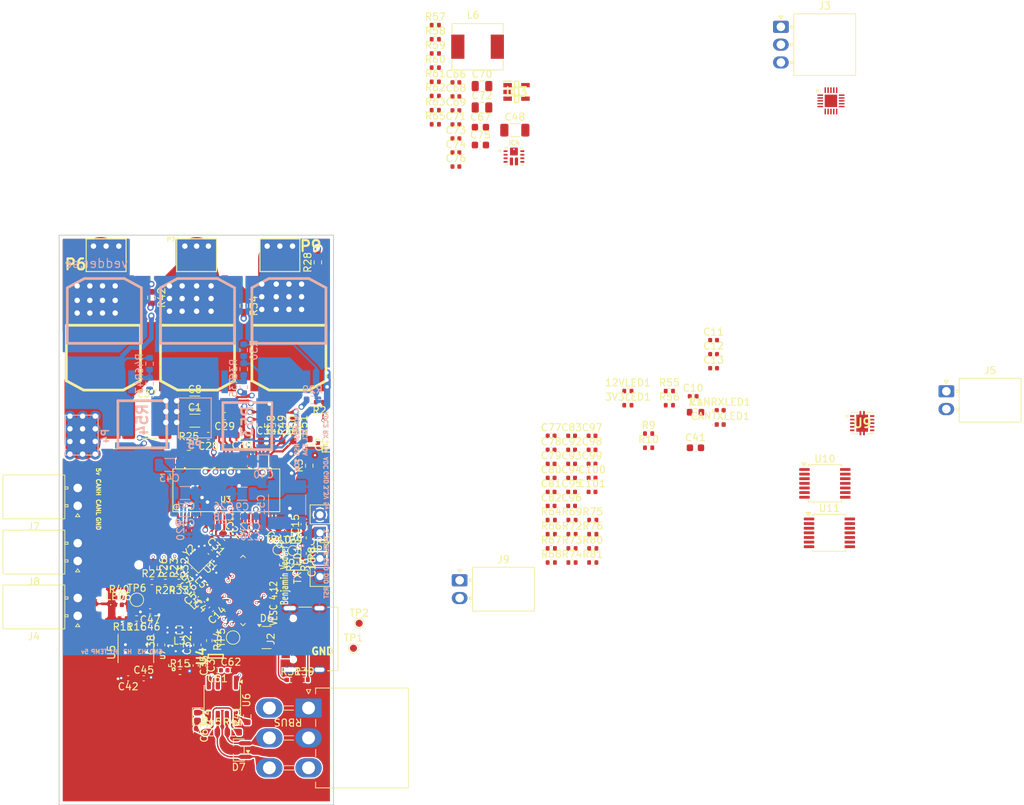
<source format=kicad_pcb>
(kicad_pcb (version 20241229) (generator "pcbnew") (generator_version "9.0")
  (title_block (title "BLDC Driver 4.6") (date "30 Aug 2014") (rev "A") (company "Benjamin Vedder"))
  (layers (0 "F.Cu" signal) (4 "In1.Cu" signal "GND") (6 "In2.Cu" signal "GND2") (2 "B.Cu" signal) (13 "F.Paste" user) (15 "B.Paste" user) (5 "F.SilkS" user "F.Silkscreen") (7 "B.SilkS" user "B.Silkscreen") (1 "F.Mask" user) (3 "B.Mask" user) (25 "Edge.Cuts" user))
  (net 0 "")
  (net 1 "+5V")
  (net 2 "GND")
  (net 3 "Net-(3V3LED1-A)")
  (net 4 "Net-(12VLED1-A)")
  (net 5 "/AN_IN")
  (net 6 "Net-(C17-Pad1)")
  (net 7 "/Power/BBIN")
  (net 8 "Net-(C4-Pad1)")
  (net 9 "/CHIP_PU")
  (net 11 "/BOOT")
  (net 12 "Net-(U3-GVDD)")
  (net 14 "Net-(U3-DVDD)")
  (net 15 "Net-(U3-CP1)")
  (net 16 "Net-(U3-CP2)")
  (net 17 "Net-(U3-AVDD)")
  (net 18 "unconnected-(U3-RT_CLK-Pad1)")
  (net 20 "Net-(U3-BST_A)")
  (net 21 "Net-(U3-BST_B)")
  (net 22 "Net-(U3-BST_C)")
  (net 23 "Net-(U1-XTAL_N)")
  (net 24 "Net-(U3-SP1)")
  (net 25 "Net-(U3-SN1)")
  (net 26 "/Power/BIAS")
  (net 27 "Net-(Q1-PadG)")
  (net 28 "Net-(Q2-PadG)")
  (net 29 "Net-(Q3-PadG)")
  (net 30 "Net-(Q4-PadG)")
  (net 31 "Net-(Q5-PadG)")
  (net 32 "Net-(Q6-PadG)")
  (net 33 "Net-(U3-SP2)")
  (net 34 "Net-(U3-SN2)")
  (net 35 "/Power/BBOUT")
  (net 36 "/MOS_TEMP")
  (net 37 "Net-(JP4-B)")
  (net 38 "/Boosts/LDO12.6V_IN")
  (net 39 "Net-(IC4-VCC)")
  (net 40 "VCC")
  (net 41 "V_SUPPLY")
  (net 42 "Net-(IC4-COMP)")
  (net 43 "Net-(C69-Pad1)")
  (net 44 "/Mosfet driver/H1_VS")
  (net 45 "/Mosfet driver/H2_VS")
  (net 46 "/Mosfet driver/H3_VS")
  (net 47 "+12V")
  (net 48 "Net-(IC4-BOOT)")
  (net 49 "Net-(IC4-SW)")
  (net 50 "Net-(IC5-CAP)")
  (net 51 "/Mosfet driver/M_H1")
  (net 52 "/Mosfet driver/M_L1")
  (net 53 "/sensors/AIN0P")
  (net 54 "/Mosfet driver/M_H2")
  (net 55 "/Mosfet driver/M_L2")
  (net 56 "/Mosfet driver/M_H3")
  (net 57 "/Mosfet driver/M_L3")
  (net 58 "/Mosfet driver/SH1_A")
  (net 59 "/Mosfet driver/SH1_B")
  (net 60 "/Mosfet driver/SH2_A")
  (net 61 "/Mosfet driver/SH2_B")
  (net 62 "/sensors/AIN0N")
  (net 63 "/sensors/AIN1N")
  (net 64 "/sensors/AIN1P")
  (net 65 "Net-(U10-T+)")
  (net 66 "Net-(U10-T-)")
  (net 67 "Net-(U11-T+)")
  (net 68 "Net-(U11-T-)")
  (net 69 "/CAN_RX")
  (net 70 "Net-(CANRXLED1-A)")
  (net 71 "Net-(CANTXLED1-A)")
  (net 72 "/CAN_TX")
  (net 73 "/Data-")
  (net 74 "/Data+")
  (net 75 "/CAN+")
  (net 76 "/CAN-")
  (net 77 "Net-(J4-Pin_1)")
  (net 78 "Net-(J4-Pin_2)")
  (net 79 "Net-(J5-Pin_2)")
  (net 80 "Net-(J7-Pin_2)")
  (net 81 "Net-(J7-Pin_1)")
  (net 82 "Net-(J8-Pin_2)")
  (net 83 "Net-(J8-Pin_1)")
  (net 84 "Net-(J9-Pin_2)")
  (net 85 "/Power/LX2")
  (net 86 "/Power/LX1")
  (net 87 "Net-(U1-XTAL_P)")
  (net 88 "Net-(LED6-A)")
  (net 89 "Net-(TXLED1-A)")
  (net 90 "Net-(U1-U0TXD{slash}PROG{slash}GPIO43)")
  (net 91 "/TXD")
  (net 92 "DEP")
  (net 93 "/Power/FBIn")
  (net 94 "Net-(U4-ST)")
  (net 95 "/Power/SEL")
  (net 97 "Net-(U3-DTC)")
  (net 98 "/SENS1")
  (net 99 "Net-(U3-BIAS)")
  (net 100 "/SENS2")
  (net 101 "Net-(J2-CC1)")
  (net 102 "/SENS3")
  (net 103 "Net-(J2-CC2)")
  (net 104 "Net-(U6-Rs)")
  (net 105 "/Boosts/FB_12V")
  (net 106 "Net-(IC3-ADJ{slash}NC)")
  (net 107 "Net-(IC4-EN)")
  (net 108 "Net-(IC4-ILIM)")
  (net 109 "/Boosts/SW_12V")
  (net 110 "Net-(J3-Pin_3)")
  (net 111 "RBUS_uC_V")
  (net 112 "/RXD")
  (net 113 "/EN_GATE")
  (net 115 "/DC_CAL")
  (net 116 "/H1")
  (net 117 "/L1")
  (net 118 "/H3")
  (net 120 "/L2")
  (net 121 "/FAULT")
  (net 123 "/H2")
  (net 124 "/BR_SO1")
  (net 125 "/BR_SO2")
  (net 127 "/L3")
  (net 128 "/CAN bus transceiver/Vref")
  (net 129 "/HSPI_MISO")
  (net 131 "/HSPI_MOSI")
  (net 132 "/TC_CS_0")
  (net 135 "/HSPI_SCLK")
  (net 136 "/TC_CS_1")
  (net 140 "/ACD_CS")
  (net 141 "/sensors/AIN2P")
  (net 143 "/ACD_CLK")
  (net 148 "/MOD_DE")
  (net 150 "/MOD_TX")
  (net 157 "/MOD_RX")
  (footprint "Capacitor_SMD:C_2220_5750Metric" (layer "F.Cu") (at 90.805 105.918)
    (property "Reference" "C37")
    (property "Value" "15u,100V")
  )
  (footprint "CRF1:1PAD_4x5mm" (layer "F.Cu") (at 85.09 82.804 90)
    (property "Reference" "P6")
    (property "Value" "MOTOR1" (hide yes))
  )
  (footprint "CRF1:1PAD_4x5mm" (layer "F.Cu") (at 109.474 82.804 90)
    (property "Reference" "P9")
    (property "Value" "MOTOR3" (hide yes))
  )
  (footprint "CRF1:D2PAK-7-GDS" (layer "F.Cu") (at 110.744 91.948 180)
    (property "Reference" "Q1" (hide yes))
    (property "Value" "IRFS7530" (hide yes))
  )
  (footprint "CRF1:D2PAK-7-GDS" (layer "F.Cu") (at 97.917 91.948 180)
    (property "Reference" "Q3" (hide yes))
    (property "Value" "IRFS7530" (hide yes))
  )
  (footprint "CRF1:D2PAK-7-GDS" (layer "F.Cu") (at 84.709 91.948 180)
    (property "Reference" "Q5" (hide yes))
    (property "Value" "IRFS7530" (hide yes))
  )
  (footprint "CRF1:TSSOP-56-PP" (layer "F.Cu") (at 101.854 115.824)
    (property "Reference" "U3")
    (property "Value" "DRV8302" (hide yes))
  )
  (footprint "CRF1:1PAD_4x5mm" (layer "F.Cu") (at 97.79 82.804 90)
    (property "Reference" "P7")
    (property "Value" "MOTOR2" (hide yes))
  )
  (footprint "Capacitor_SMD:C_1206_3216Metric" (layer "F.Cu") (at 97.536 106.045)
    (property "Reference" "C1")
    (property "Value" "10u,50V")
  )
  (footprint "Capacitor_SMD:C_0603_1608Metric" (layer "F.Cu") (at 113.6 109.4 -90)
    (property "Reference" "C2")
    (property "Value" "100n")
  )
  (footprint "Capacitor_SMD:C_1206_3216Metric" (layer "F.Cu") (at 97.536 103.505)
    (property "Reference" "C8")
    (property "Value" "10u,50V")
  )
  (footprint "Capacitor_SMD:C_0603_1608Metric" (layer "F.Cu") (at 102.038815 122.438815 -45)
    (property "Reference" "C22")
    (property "Value" "22n")
  )
  (footprint "Capacitor_SMD:C_0603_1608Metric" (layer "F.Cu") (at 109.838815 121.738815 135)
    (property "Reference" "C23")
    (property "Value" "2.2u")
  )
  (footprint "Capacitor_SMD:C_0603_1608Metric" (layer "F.Cu") (at 99.441 108.204 180)
    (property "Reference" "C28")
    (property "Value" "220n")
  )
  (footprint "Capacitor_SMD:C_0603_1608Metric" (layer "F.Cu") (at 101.727 105.41 180)
    (property "Reference" "C29")
    (property "Value" "220n")
  )
  (footprint "Capacitor_SMD:C_0603_1608Metric" (layer "F.Cu") (at 104.14 108.077 180)
    (property "Reference" "C30")
    (property "Value" "220n")
  )
  (footprint "Capacitor_SMD:C_0603_1608Metric" (layer "F.Cu") (at 107.6 108.9)
    (property "Reference" "C34")
    (property "Value" "2.2n")
  )
  (footprint "Capacitor_SMD:C_0603_1608Metric" (layer "F.Cu") (at 110.575 108.9)
    (property "Reference" "C36")
    (property "Value" "2.2n")
  )
  (footprint "Resistor_SMD:R_0603_1608Metric" (layer "F.Cu") (at 113.6 112.361999 90)
    (property "Reference" "R3")
    (property "Value" "39k")
  )
  (footprint "Resistor_SMD:R_0402_1005Metric" (layer "F.Cu") (at 114.8 109.7 -90)
    (property "Reference" "R4")
    (property "Value" "2k2")
  )
  (footprint "Resistor_SMD:R_0603_1608Metric" (layer "F.Cu") (at 93.2 126.7 -90)
    (property "Reference" "R23")
    (property "Value" "39k")
  )
  (footprint "Resistor_SMD:R_0402_1005Metric" (layer "F.Cu") (at 93.4 128.7 180)
    (property "Reference" "R24")
    (property "Value" "2k2")
  )
  (footprint "Resistor_SMD:R_0603_1608Metric" (layer "F.Cu") (at 96.7 109.7)
    (property "Reference" "R25")
    (property "Value" "1M")
  )
  (footprint "Resistor_SMD:R_0603_1608Metric" (layer "F.Cu") (at 91.7 126.7 -90)
    (property "Reference" "R26")
    (property "Value" "39k")
  )
  (footprint "Resistor_SMD:R_0402_1005Metric" (layer "F.Cu") (at 91.5 128.7)
    (property "Reference" "R27")
    (property "Value" "2k2")
  )
  (footprint "Resistor_SMD:R_0603_1608Metric" (layer "F.Cu") (at 114.808 83.82 90)
    (property "Reference" "R28")
    (property "Value" "4R7")
  )
  (footprint "Resistor_SMD:R_0603_1608Metric" (layer "F.Cu") (at 94.7 126.7 -90)
    (property "Reference" "R32")
    (property "Value" "39k")
  )
  (footprint "Resistor_SMD:R_0402_1005Metric" (layer "F.Cu") (at 95.3 128.7 180)
    (property "Reference" "R33")
    (property "Value" "2k2")
  )
  (footprint "Resistor_SMD:R_0603_1608Metric" (layer "F.Cu") (at 104.394 89.916 -90)
    (property "Reference" "R34")
    (property "Value" "4R7")
  )
  (footprint "Resistor_SMD:R_0603_1608Metric" (layer "F.Cu") (at 91.44 88.773 -90)
    (property "Reference" "R42")
    (property "Value" "4R7")
  )
  (footprint "Resistor_SMD:R_0603_1608Metric" (layer "F.Cu") (at 106.807 106.68 -90)
    (property "Reference" "R48")
    (property "Value" "100R")
  )
  (footprint "Resistor_SMD:R_0603_1608Metric" (layer "F.Cu") (at 108.331 106.68 -90)
    (property "Reference" "R49")
    (property "Value" "100R")
  )
  (footprint "Resistor_SMD:R_0603_1608Metric" (layer "F.Cu") (at 109.855 106.68 -90)
    (property "Reference" "R50")
    (property "Value" "100R")
  )
  (footprint "Resistor_SMD:R_0603_1608Metric" (layer "F.Cu") (at 111.379 106.68 -90)
    (property "Reference" "R51")
    (property "Value" "100R")
  )
  (footprint "iclr:Molex_Mini-Fit_Jr_5569-06A2_2x03_P4.20mm_Horizontal" (layer "F.Cu") (at 113.5 146.4 -90)
    (property "Reference" "J1" (hide yes))
    (property "Value" "RBUS")
  )
  (footprint "Resistor_SMD:R_0402_1005Metric" (layer "F.Cu") (at 109.8 126.3 -90)
    (property "Reference" "R5")
    (property "Value" "470")
  )
  (footprint "Capacitor_SMD:C_0402_1005Metric" (layer "F.Cu") (at 147.545 108.17)
    (property "Reference" "C77")
    (property "Value" "1uF")
  )
  (footprint "Resistor_SMD:R_0402_1005Metric" (layer "F.Cu") (at 111.8 126.3 -90)
    (property "Reference" "R6")
    (property "Value" "499R")
  )
  (footprint "Resistor_SMD:R_0402_1005Metric" (layer "F.Cu") (at 164.135 101.89)
    (property "Reference" "R55")
    (property "Value" "1k")
  )
  (footprint "Resistor_SMD:R_0402_1005Metric" (layer "F.Cu") (at 150.475 123.98)
    (property "Reference" "R73")
    (property "Value" "100")
  )
  (footprint "iclr:SOTFL50P160X60-8N" (layer "F.Cu") (at 100.464999 139.130002 90)
    (property "Reference" "U4")
    (property "Value" "LM66200DRLR" (hide yes))
  )
  (footprint "Resistor_SMD:R_0402_1005Metric" (layer "F.Cu") (at 150.475 125.97)
    (property "Reference" "R74")
    (property "Value" "59")
  )
  (footprint "Capacitor_SMD:C_0402_1005Metric" (layer "F.Cu") (at 134.18 58.54)
    (property "Reference" "C66")
    (property "Value" "1uF")
  )
  (footprint "Capacitor_SMD:C_1206_3216Metric" (layer "F.Cu") (at 142.45 65.25)
    (property "Reference" "C48")
    (property "Value" "47uF")
  )
  (footprint "iclr:SmallerSolderJP" (layer "F.Cu") (at 97.9 147.875 -90)
    (property "Reference" "JP4")
    (property "Value" "TermJP")
  )
  (footprint "Connector_PinHeader_2.54mm:PinHeader_1x02_P2.54mm_Vertical" (layer "F.Cu") (at 115.1 125.4)
    (property "Reference" "JP5")
    (property "Value" "Conn_01x02_Male")
  )
  (footprint "iclr:CONV_MAX77827AEFD+T" (layer "F.Cu") (at 95.365001 139.062501 90)
    (property "Reference" "U7")
    (property "Value" "MAX77827AEFD+T")
  )
  (footprint "Capacitor_SMD:C_0603_1608Metric" (layer "F.Cu") (at 137.62 67.34)
    (property "Reference" "C75")
    (property "Value" "10uF")
  )
  (footprint "Resistor_SMD:R_0402_1005Metric" (layer "F.Cu") (at 112.8 122.5 90)
    (property "Reference" "R7")
    (property "Value" "10K")
  )
  (footprint "Capacitor_SMD:C_0402_1005Metric" (layer "F.Cu") (at 147.545 110.14)
    (property "Reference" "C78")
    (property "Value" "1uF")
  )
  (footprint "TestPoint:TestPoint_Pad_D1.0mm" (layer "F.Cu") (at 120.6 134.5)
    (property "Reference" "TP2")
    (property "Value" "TestPoint")
  )
  (footprint "Resistor_SMD:R_0402_1005Metric" (layer "F.Cu") (at 131.29 56.47)
    (property "Reference" "R60")
    (property "Value" "49.9k")
  )
  (footprint "LED_SMD:LED_0402_1005Metric" (layer "F.Cu") (at 86.815 131.9)
    (property "Reference" "LED6")
    (property "Value" "WHITE_LED")
  )
  (footprint "Capacitor_SMD:C_0402_1005Metric" (layer "F.Cu") (at 99.139411 131.239411 135)
    (property "Reference" "C4")
    (property "Value" "0.1uF")
  )
  (footprint "Capacitor_SMD:C_0402_1005Metric" (layer "F.Cu") (at 150.415 112.11)
    (property "Reference" "C93")
    (property "Value" "0.1uF")
  )
  (footprint "Capacitor_SMD:C_0402_1005Metric" (layer "F.Cu") (at 134.18 60.51)
    (property "Reference" "C68")
    (property "Value" "75pF")
  )
  (footprint "iclr:USB_C_Receptacle_Palconn_UTC16-G" (layer "F.Cu") (at 112.790002 136.7 90)
    (property "Reference" "J2")
    (property "Value" "USB_C_Receptacle_USB2.0")
  )
  (footprint "Resistor_SMD:R_0402_1005Metric" (layer "F.Cu") (at 112.890001 142.45)
    (property "Reference" "R39")
    (property "Value" "5.1k")
  )
  (footprint "Resistor_SMD:R_0402_1005Metric" (layer "F.Cu") (at 95.464999 141.330002)
    (property "Reference" "R15")
    (property "Value" "14k")
  )
  (footprint "LED_SMD:LED_0402_1005Metric" (layer "F.Cu") (at 171.27 104.6)
    (property "Reference" "CANRXLED1")
    (property "Value" "CANRXLED")
  )
  (footprint "Capacitor_SMD:C_0402_1005Metric" (layer "F.Cu") (at 134.18 70.36)
    (property "Reference" "C76")
    (property "Value" "100nF")
  )
  (footprint "Resistor_SMD:R_0603_1608Metric" (layer "F.Cu") (at 99.875 149.8)
    (property "Reference" "R45")
    (property "Value" "60")
  )
  (footprint "Capacitor_SMD:C_0402_1005Metric" (layer "F.Cu") (at 97.739411 131.839411 45)
    (property "Reference" "C5")
    (property "Value" "0.1uF")
  )
  (footprint "Capacitor_SMD:C_0603_1608Metric" (layer "F.Cu") (at 137.62 64.83)
    (property "Reference" "C67")
    (property "Value" "4.7uF")
  )
  (footprint "iclr:Molex_Nano-Fit_105313-xx03_1x03_P2.50mm_Horizontal" (layer "F.Cu") (at 179.79 50.74)
    (property "Reference" "J3")
    (property "Value" "Rotary Pot")
  )
  (footprint "Capacitor_SMD:C_0603_1608Metric" (layer "F.Cu") (at 167.79857 109.85493)
    (property "Reference" "C41")
    (property "Value" "2.2u")
  )
  (footprint "Capacitor_SMD:C_0402_1005Metric" (layer "F.Cu") (at 153.285 112.11)
    (property "Reference" "C99")
    (property "Value" "0.1uF")
  )
  (footprint "Resistor_SMD:R_0402_1005Metric" (layer "F.Cu") (at 112.8 124.7 -90)
    (property "Reference" "R8")
    (property "Value" "10K")
  )
  (footprint "iclr:QFN40P700X700X90-57N" (layer "F.Cu") (at 104.3 129.9 45)
    (property "Reference" "U1")
    (property "Value" "ESP32-S3")
  )
  (footprint "Resistor_SMD:R_0603_1608Metric" (layer "F.Cu") (at 167.81 104.867)
    (property "Reference" "R1")
    (property "Value" "NTC 10k")
  )
  (footprint "Capacitor_SMD:C_0603_1608Metric" (layer "F.Cu") (at 92.815 137.53 90)
    (property "Reference" "C38")
    (property "Value" "22uF")
  )
  (footprint "Capacitor_SMD:C_0402_1005Metric" (layer "F.Cu") (at 99.7 124.5 -45)
    (property "Reference" "C31")
    (property "Value" "11pF")
  )
  (footprint "Resistor_SMD:R_0402_1005Metric" (layer "F.Cu") (at 158.315 101.89)
    (property "Reference" "12VLED1")
    (property "Value" "RED_LED")
  )
  (footprint "Inductor_SMD:L_0805_2012Metric" (layer "F.Cu") (at 95.365 135.430002 180)
    (property "Reference" "L3")
    (property "Value" "1uH")
  )
  (footprint "Capacitor_SMD:C_0402_1005Metric" (layer "F.Cu") (at 98.665001 140.430001 -90)
    (property "Reference" "C3")
    (property "Value" "10uF")
  )
  (footprint "Resistor_SMD:R_0402_1005Metric" (layer "F.Cu") (at 87.465001 133.830001 180)
    (property "Reference" "R11")
    (property "Value" "10k")
  )
  (footprint "Capacitor_SMD:C_0402_1005Metric" (layer "F.Cu") (at 150.415 108.17)
    (property "Reference" "C83")
    (property "Value" "0.1uF")
  )
  (footprint "Package_TO_SOT_SMD:SOT-143" (layer "F.Cu") (at 107.6 136.5)
    (property "Reference" "D6")
    (property "Value" "SP0503BAHT")
  )
  (footprint "Capacitor_SMD:C_0402_1005Metric" (layer "F.Cu") (at 134.18 64.45)
    (property "Reference" "C71")
    (property "Value" "2.2uF")
  )
  (footprint "iclr:QFN40P300X300X80-21N-D" (layer "F.Cu") (at 186.815 61.135)
    (property "Reference" "IC5" (hide yes))
    (property "Value" "ADS131M04IRUKR" (hide yes))
  )
  (footprint "Resistor_SMD:R_0402_1005Metric" (layer "F.Cu") (at 158.315 103.88)
    (property "Reference" "3V3LED1")
    (property "Value" "BLUE_LED")
  )
  (footprint "Capacitor_SMD:C_0402_1005Metric" (layer "F.Cu") (at 147.545 112.11)
    (property "Reference" "C79")
    (property "Value" "220nF")
  )
  (footprint "Capacitor_SMD:C_0603_1608Metric" (layer "F.Cu") (at 97.905 137.530001 90)
    (property "Reference" "C32")
    (property "Value" "10uF")
  )
  (footprint "iclr:Crystal_SMD_2016-4Pin_2.0x1.6mm" (layer "F.Cu") (at 98.2 125.7 45)
    (property "Reference" "Y2")
    (property "Value" "R940000171")
  )
  (footprint "Connector_Molex:Molex_Nano-Fit_105313-xx02_1x02_P2.50mm_Horizontal" (layer "F.Cu") (at 81.1 125.75 180)
    (property "Reference" "J8")
    (property "Value" "Conn_01x02_Male")
  )
  (footprint "Package_SO:TSSOP-14_4.4x5mm_P0.65mm" (layer "F.Cu") (at 185.9625 114.85)
    (property "Reference" "U10")
    (property "Value" "MAX31856")
  )
  (footprint "Resistor_SMD:R_0402_1005Metric" (layer "F.Cu") (at 131.29 58.46)
    (property "Reference" "R61")
    (property "Value" "10K")
  )
  (footprint "Connector_Molex:Molex_Nano-Fit_105313-xx02_1x02_P2.50mm_Horizontal" (layer "F.Cu") (at 81.1 118 180)
    (property "Reference" "J7")
    (property "Value" "Conn_01x02_Male")
  )
  (footprint "Capacitor_SMD:C_0402_1005Metric" (layer "F.Cu") (at 150.415 110.14)
    (property "Reference" "C92")
    (property "Value" "0.01uF")
  )
  (footprint "TestPoint:TestPoint_Pad_D1.0mm" (layer "F.Cu") (at 119.8 138)
    (property "Reference" "TP1")
    (property "Value" "TestPoint")
  )
  (footprint "Capacitor_SMD:C_0402_1005Metric" (layer "F.Cu") (at 97.139411 129.839411 45)
    (property "Reference" "C7")
    (property "Value" "10uF")
  )
  (footprint "Resistor_SMD:R_0402_1005Metric" (layer "F.Cu") (at 164.135 103.88)
    (property "Reference" "R56")
    (property "Value" "1k")
  )
  (footprint "Capacitor_SMD:C_0402_1005Metric" (layer "F.Cu") (at 150.415 118.02)
    (property "Reference" "C96")
    (property "Value" "0.1uF")
  )
  (footprint "Resistor_SMD:R_0402_1005Metric" (layer "F.Cu") (at 153.385 120)
    (property "Reference" "R75")
    (property "Value" "100")
  )
  (footprint "Resistor_SMD:R_0402_1005Metric" (layer "F.Cu") (at 131.29 62.44)
    (property "Reference" "R63")
    (property "Value" "280k")
  )
  (footprint "Capacitor_SMD:C_0402_1005Metric" (layer "F.Cu") (at 96.839411 127.039411 135)
    (property "Reference" "C17")
    (property "Value" "11pF")
  )
  (footprint "Resistor_SMD:R_0402_1005Metric" (layer "F.Cu") (at 131.29 50.5)
    (property "Reference" "R57")
    (property "Value" "28.7k")
  )
  (footprint "Capacitor_SMD:C_0402_1005Metric" (layer "F.Cu") (at 90.365 142.230002)
    (property "Reference" "C45")
    (property "Value" "4.7uF")
  )
  (footprint "Capacitor_SMD:C_0402_1005Metric" (layer "F.Cu") (at 91.265 132.829999 180)
    (property "Reference" "C47")
    (property "Value" "0.1uF")
  )
  (footprint "Package_SO:TSSOP-14_4.4x5mm_P0.65mm" (layer "F.Cu") (at 186.6 121.8)
    (property "Reference" "U11")
    (property "Value" "MAX31856")
  )
  (footprint "Package_SO:SOIC-8_3.9x4.9mm_P1.27mm" (layer "F.Cu") (at 101.4 145.3 -90)
    (property "Reference" "U6")
    (property "Value" "SN65HVD230")
  )
  (footprint "Capacitor_SMD:C_0805_2012Metric" (layer "F.Cu") (at 137.84 59.06)
    (property "Reference" "C70")
    (property "Value" "10uF")
  )
  (footprint "iclr:SOIC127P599X175-9N" (layer "F.Cu") (at 89.265 138.030001 90)
    (property "Reference" "U5")
    (property "Value" "SC4215")
  )
  (footprint "Capacitor_SMD:C_0402_1005Metric" (layer "F.Cu") (at 153.285 108.17)
    (property "Reference" "C97")
    (property "Value" "0.01uF")
  )
  (footprint "iclr:IND_SRP6540-390M" (layer "F.Cu") (at 137.22 53.53)
    (property "Reference" "L6")
    (property "Value" "SRR6038-3R3Y")
  )
  (footprint "Resistor_SMD:R_0402_1005Metric" (layer "F.Cu") (at 86.91 130.9)
    (property "Reference" "R40")
    (property "Value" "5.1k")
  )
  (footprint "Resistor_SMD:R_0402_1005Metric" (layer "F.Cu") (at 115.028 103.45 180)
    (property "Reference" "R2")
    (property "Value" "10k")
  )
  (footprint "Resistor_SMD:R_0402_1005Metric" (layer "F.Cu") (at 150.475 121.99)
    (property "Reference" "R72")
    (property "Value" "1k")
  )
  (footprint "iclr:SOT95P282X145-5N" (layer "F.Cu") (at 142.69 59.88)
    (property "Reference" "IC3")
    (property "Value" "AP2205-W5-7" (hide yes))
  )
  (footprint "Resistor_SMD:R_0402_1005Metric" (layer "F.Cu") (at 131.29 64.43)
    (property "Reference" "R65")
    (property "Value" "432k")
  )
  (footprint "Capacitor_SMD:C_0402_1005Metric" (layer "F.Cu") (at 97.664998 140.430001 -90)
    (property "Reference" "C35")
    (property "Value" "1uF")
  )
  (footprint "Capacitor_SMD:C_0402_1005Metric" (layer "F.Cu") (at 170.345 98.68)
    (property "Reference" "C13")
    (property "Value" "0.1uF")
  )
  (footprint "Capacitor_SMD:C_0402_1005Metric" (layer "F.Cu") (at 147.545 118.02)
    (property "Reference" "C82")
    (property "Value" "10nF")
  )
  (footprint "Resistor_SMD:R_0402_1005Metric" (layer "F.Cu") (at 147.565 123.98)
    (property "Reference" "R67")
    (property "Value" "59")
  )
  (footprint "TestPoint:TestPoint_Pad_D1.0mm" (layer "F.Cu") (at 109.2 124.2)
    (property "Reference" "TP10")
    (property "Value" "TestPoint")
  )
  (footprint "Capacitor_SMD:C_0402_1005Metric" (layer "F.Cu") (at 170.345 94.74)
    (property "Reference" "C11")
    (property "Value" "0.1uF")
  )
  (footprint "Connector_PinHeader_2.54mm:PinHeader_1x02_P2.54mm_Vertical" (layer "F.Cu") (at 115.1 121.8 180)
    (property "Reference" "JP1")
    (property "Value" "Conn_01x02_Male")
  )
  (footprint "Capacitor_SMD:C_0402_1005Metric" (layer "F.Cu") (at 153.285 110.14)
    (property "Reference" "C98")
    (property "Value" "0.1uF")
  )
  (footprint "Capacitor_SMD:C_0402_1005Metric" (layer "F.Cu") (at 97.7 149.8 -90)
    (property "Reference" "C63")
    (property "Value" "47nF")
  )
  (footprint "Resistor_SMD:R_0402_1005Metric" (layer "F.Cu") (at 147.565 120)
    (property "Reference" "R64")
    (property "Value" "8.56k")
  )
  (footprint "Resistor_SMD:R_0603_1608Metric" (layer "F.Cu") (at 104.900001 147.575 90)
    (property "Reference" "R41")
    (property "Value" "0")
  )
  (footprint "Resistor_SMD:R_0402_1005Metric" (layer "F.Cu") (at 153.385 125.97)
    (property "Reference" "R81")
    (property "Value" "100")
  )
  (footprint "Resistor_SMD:R_0402_1005Metric" (layer "F.Cu") (at 150.475 120)
    (property "Reference" "R69")
    (property "Value" "1k")
  )
  (footprint "Capacitor_SMD:C_0402_1005Metric" (layer "F.Cu") (at 134.18 66.42)
    (property "Reference" "C73")
    (property "Value" "100nF")
  )
  (footprint "Capacitor_SMD:C_0402_1005Metric" (layer "F.Cu") (at 153.285 116.05)
    (property "Reference" "C101")
    (property "Value" "0.1uF")
  )
  (footprint "Resistor_SMD:R_0402_1005Metric" (layer "F.Cu") (at 161.225 109.85)
    (property "Reference" "R10")
    (property "Value" "3k")
  )
  (footprint "Resistor_SMD:R_0402_1005Metric" (layer "F.Cu") (at 147.565 121.99)
    (property "Reference" "R66")
    (property "Value" "120")
  )
  (footprint "Capacitor_SMD:C_0402_1005Metric" (layer "F.Cu") (at 112.8 120.6 90)
    (property "Reference" "C15")
    (property "Value" "0.1uF")
  )
  (footprint "Connector_Molex:Molex_Nano-Fit_105313-xx02_1x02_P2.50mm_Horizontal" (layer "F.Cu") (at 203.01 101.92)
    (property "Reference" "J5")
    (property "Value" "Conn_01x02_Male")
  )
  (footprint "iclr:IC_TPS61089RNRR" (layer "F.Cu") (at 142.325 68.95)
    (property "Reference" "IC4")
    (property "Value" "TPS61089RNRR")
  )
  (footprint "TestPoint:TestPoint_Pad_D1.5mm" (layer "F.Cu") (at 102.9 136.5 90)
    (property "Reference" "TP5")
    (property "Value" "TestPoint")
  )
  (footprint "Capacitor_SMD:C_0402_1005Metric" (layer "F.Cu") (at 170.345 96.71)
    (property "Reference" "C12")
    (property "Value" "10nF")
  )
  (footprint "Capacitor_SMD:C_0402_1005Metric" (layer "F.Cu") (at 102.6 141.1)
    (property "Reference" "C62")
    (property "Value" "10uF")
  )
  (footprint "Capacitor_SMD:C_0402_1005Metric" (layer "F.Cu") (at 100.72 141.1 180)
    (property "Reference" "C61")
    (property "Value" "100nF")
  )
  (footprint "LED_SMD:LED_0402_1005Metric" (layer "F.Cu") (at 171.27 106.59)
    (property "Reference" "CANTXLED1")
    (property "Value" "CANTXLED")
  )
  (footprint "Capacitor_SMD:C_0402_1005Metric" (layer "F.Cu") (at 97.739411 130.539411 45)
    (property "Reference" "C6")
    (property "Value" "1uF")
  )
  (footprint "Resistor_SMD:R_0402_1005Metric" (layer "F.Cu") (at 131.29 52.49)
    (property "Reference" "R58")
    (property "Value" "866k")
  )
  (footprint "Resistor_SMD:R_0402_1005Metric" (layer "F.Cu") (at 153.385 121.99)
    (property "Reference" "R76")
    (property "Value" "1k")
  )
  (footprint "Resistor_SMD:R_0402_1005Metric" (layer "F.Cu") (at 110.990001 142.45)
    (property "Reference" "R31")
    (property "Value" "5.1k")
  )
  (footprint "Capacitor_SMD:C_0402_1005Metric" (layer "F.Cu") (at 167.475 102.62)
    (property "Reference" "C10")
    (property "Value" "1uF")
  )
  (footprint "Capacitor_SMD:C_0402_1005Metric" (layer "F.Cu") (at 150.415 114.08)
    (property "Reference" "C94")
    (property "Value" "0.01uF")
  )
  (footprint "Capacitor_SMD:C_0402_1005Metric" (layer "F.Cu") (at 88.184999 142.230001 180)
    (property "Reference" "C42")
    (property "Value" "10uF")
  )
  (footprint "Resistor_SMD:R_0402_1005Metric" (layer "F.Cu") (at 147.565 125.97)
    (property "Reference" "R68")
    (property "Value" "1k")
  )
  (footprint "Resistor_SMD:R_0402_1005Metric" (layer "F.Cu") (at 161.225 107.86)
    (property "Reference" "R9")
    (property "Value" "470")
  )
  (footprint "TestPoint:TestPoint_Pad_D1.0mm" (layer "F.Cu") (at 111.3 124.3)
    (property "Reference" "TP9")
    (property "Value" "TestPoint")
  )
  (footprint "Resistor_SMD:R_0402_1005Metric" (layer "F.Cu") (at 153.385 123.98)
    (property "Reference" "R80")
    (property "Value" "100")
  )
  (footprint "Package_TO_SOT_SMD:SOT-23" (layer "F.Cu") (at 103.7 152.3 180)
    (property "Reference" "D7")
    (property "Value" "SM712_SOT23")
  )
  (footprint "Inductor_SMD:L_0402_1005Metric" (layer "F.Cu") (at 98.439411 132.539411 45)
    (property "Reference" "L4")
    (property "Value" "2.0nH")
  )
  (footprint "Capacitor_SMD:C_0402_1005Metric" (layer "F.Cu") (at 134.18 62.48)
    (property "Reference" "C69")
    (property "Value" "1.8nF")
  )
  (footprint "Capacitor_SMD:C_0402_1005Metric" (layer "F.Cu") (at 147.545 116.05)
    (property "Reference" "C81")
    (property "Value" "10nF")
  )
  (footprint "Resistor_SMD:R_0402_1005Metric" (layer "F.Cu") (at 89.364999 133.83 180)
    (property "Reference" "R16")
    (property "Value" "56k")
  )
  (footprint "Resistor_SMD:R_0402_1005Metric" (layer "F.Cu") (at 99.565001 136.930001 -90)
    (property "Reference" "R14")
    (property "Value" "10k")
  )
  (footprint "Capacitor_SMD:C_0402_1005Metric" (layer "F.Cu") (at 99.839411 132.539411 -135)
    (property "Reference" "C14")
    (property "Value" "1uF")
  )
  (footprint "Capacitor_SMD:C_0402_1005Metric" (layer "F.Cu") (at 153.285 114.08)
    (property "Reference" "C100")
    (property "Value" "0.1uF")
  )
  (footprint "Connector_Molex:Molex_Nano-Fit_105313-xx02_1x02_P2.50mm_Horizontal" (layer "F.Cu") (at 134.705 128.46)
    (property "Reference" "J9")
    (property "Value" "Conn_01x02_Male")
  )
  (footprint "Capacitor_SMD:C_0402_1005Metric" (layer "F.Cu") (at 91.265 133.830001 180)
    (property "Reference" "C46")
    (property "Value" "10uF")
  )
  (footprint "Capacitor_SMD:C_0805_2012Metric" (layer "F.Cu") (at 137.84 62.07)
    (property "Reference" "C72")
    (property "Value" "10uF")
  )
  (footprint "Connector_Molex:Molex_Nano-Fit_105313-xx02_1x02_P2.50mm_Horizontal" (layer "F.Cu") (at 81.1 133.45 180)
    (property "Reference" "J4")
    (property "Value" "Conn_01x02_Male")
  )
  (footprint "Capacitor_SMD:C_0402_1005Metric" (layer "F.Cu") (at 112.8 126.58 -90)
    (property "Reference" "C16")
    (property "Value" "0.1uF")
  )
  (footprint "TestPoint:TestPoint_Pad_D1.5mm" (layer "F.Cu") (at 89.4 131.2)
    (property "Reference" "TP6")
    (property "Value" "TestPoint")
  )
  (footprint "Resistor_SMD:R_0603_1608Metric" (layer "F.Cu") (at 102.925 149.8)
    (property "Reference" "R44")
    (property "Value" "60")
  )
  (footprint "iclr:TPS74901DRCR" (layer "F.Cu") (at 191.2 106.4)
    (property "Reference" "U9")
    (property "Value" "THVD2429" (hide yes))
  )
  (footprint "Inductor_SMD:L_0402_1005Metric" (layer "F.Cu") (at 99.2 127.9 135)
    (property "Reference" "L5")
    (property "Value" "20nH")
  )
  (footprint "Capacitor_SMD:C_0402_1005Metric" (layer "F.Cu") (at 147.545 114.08)
    (property "Reference" "C80")
    (property "Value" "0.1uF")
  )
  (footprint "Resistor_SMD:R_0402_1005Metric" (layer "F.Cu") (at 131.29 60.45)
    (property "Reference" "R62")
    (property "Value" "332k")
  )
  (footprint "Resistor_SMD:R_0402_1005Metric" (layer "F.Cu") (at 131.29 54.48)
    (property "Reference" "R59")
    (property "Value" "92k")
  )
  (footprint "Capacitor_SMD:C_0402_1005Metric" (layer "F.Cu") (at 134.18 68.39)
    (property "Reference" "C74")
    (property "Value" "100nF")
  )
  (footprint "Resistor_SMD:R_0402_1005Metric" (layer "F.Cu") (at 110.8 126.3 -90)
    (property "Reference" "TXLED1")
    (property "Value" "GREEN_LED")
  )
  (footprint "Capacitor_SMD:C_0402_1005Metric" (layer "F.Cu") (at 150.415 116.05)
    (property "Reference" "C95")
    (property "Value" "0.01uF")
  )
  (footprint "Capacitor_SMD:C_2220_5750Metric" (layer "B.Cu") (at 110.49 117.856 -90)
    (property "Reference" "C51")
    (property "Value" "15u, 100v")
  )
  (footprint "CRF1:1PAD_4x5mm" (layer "B.Cu") (at 81.661 108.077)
    (property "Reference" "P4")
    (property "Value" "IN+" (hide yes))
  )
  (footprint "CRF1:1PAD_4x5mm" (layer "B.Cu") (at 97.536 105.664)
    (property "Reference" "P5")
    (property "Value" "IN-" (hide yes))
  )
  (footprint "CRF1:WSLP2726" (layer "B.Cu") (at 104.902 108.712)
    (property "Reference" "R53")
    (property "Value" "SHUNT" (hide yes))
  )
  (footprint "CRF1:WSLP2726" (layer "B.Cu") (at 90.17 108.458)
    (property "Reference" "R54")
    (property "Value" "SHUNT" (hide yes))
  )
  (footprint "CRF1:D2PAK-7-GDS" (layer "B.Cu") (at 84.836 95.885 180)
    (property "Reference" "Q6" (hide yes))
    (property "Value" "IRFS7530" (hide yes))
  )
  (footprint "CRF1:D2PAK-7-GDS" (layer "B.Cu") (at 110.744 95.885 180)
    (property "Reference" "Q2" (hide yes))
    (property "Value" "IRFS7530" (hide yes))
  )
  (footprint "CRF1:D2PAK-7-GDS" (layer "B.Cu") (at 97.917 95.885 180)
    (property "Reference" "Q4" (hide yes))
    (property "Value" "IRFS7530" (hide yes))
  )
  (footprint "Capacitor_SMD:C_1206_3216Metric" (layer "B.Cu") (at 104.2 116.3)
    (property "Reference" "C9")
    (property "Value" "10u,50V")
  )
  (footprint "Capacitor_SMD:C_0603_1608Metric" (layer "B.Cu") (at 101.562 121 180)
    (property "Reference" "C18")
    (property "Value" "2.2u")
  )
  (footprint "Capacitor_SMD:C_0603_1608Metric" (layer "B.Cu") (at 105.338001 120.9)
    (property "Reference" "C20")
    (property "Value" "2.2u")
  )
  (footprint "Capacitor_SMD:C_1206_3216Metric" (layer "B.Cu") (at 107.188 111.76)
    (property "Reference" "C40")
    (property "Value" "10u,50V")
  )
  (footprint "Capacitor_SMD:C_1206_3216Metric" (layer "B.Cu") (at 93.98 112.268)
    (property "Reference" "C43")
    (property "Value" "10u,50V")
  )
  (footprint "Capacitor_SMD:C_1206_3216Metric" (layer "B.Cu") (at 96.139 116.205)
    (property "Reference" "C44")
    (property "Value" "10u,50V")
  )
  (footprint "Capacitor_SMD:C_1206_3216Metric" (layer "B.Cu") (at 96.139 118.618)
    (property "Reference" "C49")
    (property "Value" "10u,50V")
  )
  (footprint "Capacitor_SMD:C_0603_1608Metric" (layer "B.Cu") (at 105.338001 119.5)
    (property "Reference" "C52")
    (property "Value" "2.2u")
  )
  (footprint "Resistor_SMD:R_0402_1005Metric" (layer "B.Cu") (at 96.7 121.462 -90)
    (property "Reference" "R20")
    (property "Value" "10k")
  )
  (footprint "Resistor_SMD:R_0603_1608Metric" (layer "B.Cu") (at 114.046 103.124 180)
    (property "Reference" "R29")
    (property "Value" "4R7")
  )
  (footprint "Resistor_SMD:R_0603_1608Metric" (layer "B.Cu") (at 104.394 96.139 90)
    (property "Reference" "R30")
    (property "Value" "39k")
  )
  (footprint "Resistor_SMD:R_0603_1608Metric" (layer "B.Cu") (at 104.394 101.346 -90)
    (property "Reference" "R35")
    (property "Value" "4R7")
  )
  (footprint "Resistor_SMD:R_0603_1608Metric" (layer "B.Cu") (at 104.394 98.806 -90)
    (property "Reference" "R36")
    (property "Value" "39k")
  )
  (footprint "Resistor_SMD:R_0603_1608Metric" (layer "B.Cu") (at 91.186 100.838 -90)
    (property "Reference" "R43")
    (property "Value" "4R7")
  )
  (footprint "Resistor_SMD:R_0603_1608Metric" (layer "B.Cu") (at 91.186 98.044 -90)
    (property "Reference" "R46")
    (property "Value" "39k")
  )
  (footprint "Capacitor_SMD:C_0603_1608Metric" (layer "B.Cu") (at 101.562 119.5 180)
    (property "Reference" "C26")
    (property "Value" "2.2u")
  )
  (gr_line (start 117 80) (end 78.5 80) (stroke (width 0.15)) (layer "Edge.Cuts"))
  (gr_line (start 117 160) (end 78.5 160) (stroke (width 0.15)) (layer "Edge.Cuts"))
  (gr_line (start 117 80) (end 117 160) (stroke (width 0.15)) (layer "Edge.Cuts"))
  (gr_line (start 78.5 160) (end 78.5 80) (stroke (width 0.15)) (layer "Edge.Cuts"))
  (gr_text "Benjamin Vedder" (at 110.109 127.762 90) (layer "F.SilkS") (effects (font (size 1 0.6604))))
  (gr_text "CANL" (at 84 118.2 270) (layer "F.SilkS") (effects (font (size 0.6 0.6))))
  (gr_text "GND" (at 84 120.5 270) (layer "F.SilkS") (effects (font (size 0.6 0.6))))
  (gr_text "5v" (at 84 113.2 270) (layer "F.SilkS") (effects (font (size 0.6 0.6))))
  (gr_text "GND" (at 115.45 138.426 0) (layer "F.SilkS") (effects (font (size 1 1) (thickness 0.25))))
  (gr_text "CANH" (at 84 115.4 270) (layer "F.SilkS") (effects (font (size 0.6 0.6))))
  (gr_text "VESC 4.12" (at 108.585 131.699 90) (layer "F.SilkS") (effects (font (size 1 0.8))))
  (gr_text "MISO" (at 111.887 105.283 90) (layer "B.SilkS") (effects (font (size 0.6 0.6)) (justify mirror)))
  (gr_text "MOSI" (at 111.887 107.823 90) (layer "B.SilkS") (effects (font (size 0.6 0.6)) (justify mirror)))
  (gr_text "SCK" (at 111.887 112.268 90) (layer "B.SilkS") (effects (font (size 0.6 0.6)) (justify mirror)))
  (gr_text "NSS" (at 111.887 110.109 90) (layer "B.SilkS") (effects (font (size 0.6 0.6)) (justify mirror)))
  (gr_text "3.3v" (at 116 122.2 90) (layer "B.SilkS") (effects (font (size 0.6 0.6)) (justify mirror)))
  (gr_text "SCL" (at 113.03 108.077 90) (layer "B.SilkS") (effects (font (size 0.6 0.6)) (justify mirror)))
  (gr_text "5v" (at 116 118 90) (layer "B.SilkS") (effects (font (size 0.6 0.6)) (justify mirror)))
  (gr_text "H3" (at 90.1 138.5 0) (layer "B.SilkS") (effects (font (size 0.6 0.6)) (justify mirror)))
  (gr_text "vedder.se" (at 83.693 83.947 0) (layer "B.SilkS") (effects (font (size 1.27 1.27) (thickness 0.1524)) (justify mirror)))
  (gr_text "CLK" (at 116 124.2 90) (layer "B.SilkS") (effects (font (size 0.6 0.6)) (justify mirror)))
  (gr_text "TEMP" (at 84.1 138.5 0) (layer "B.SilkS") (effects (font (size 0.6 0.6)) (justify mirror)))
  (gr_text "GND" (at 92.1 138.5 0) (layer "B.SilkS") (effects (font (size 0.6 0.6)) (justify mirror)))
  (gr_text "RST" (at 116 130.2 90) (layer "B.SilkS") (effects (font (size 0.6 0.6)) (justify mirror)))
  (gr_text "RX" (at 115.951 107.95 90) (layer "B.SilkS") (effects (font (size 0.6 0.6)) (justify mirror)))
  (gr_text "TX" (at 115.951 109.982 90) (layer "B.SilkS") (effects (font (size 0.6 0.6)) (justify mirror)))
  (gr_text "GND" (at 116 126.2 90) (layer "B.SilkS") (effects (font (size 0.6 0.6)) (justify mirror)))
  (gr_text "3.3V" (at 116 116.1 90) (layer "B.SilkS") (effects (font (size 0.6 0.6)) (justify mirror)))
  (gr_text "ADC2" (at 115.951 105.918 90) (layer "B.SilkS") (effects (font (size 0.6 0.6)) (justify mirror)))
  (gr_text "H1" (at 86.1 138.5 0) (layer "B.SilkS") (effects (font (size 0.6 0.6)) (justify mirror)))
  (gr_text "ADC" (at 115.951 112.014 90) (layer "B.SilkS") (effects (font (size 0.6 0.6)) (justify mirror)))
  (gr_text "SDA" (at 113.03 110.109 90) (layer "B.SilkS") (effects (font (size 0.6 0.6)) (justify mirror)))
  (gr_text "GND" (at 116 114 90) (layer "B.SilkS") (effects (font (size 0.6 0.6)) (justify mirror)))
  (gr_text "5v" (at 82.1 138.5 0) (layer "B.SilkS") (effects (font (size 0.6 0.6)) (justify mirror)))
  (gr_text "H2" (at 88.1 138.5 0) (layer "B.SilkS") (effects (font (size 0.6 0.6)) (justify mirror)))
  (gr_text "DIO" (at 116 128.2 90) (layer "B.SilkS") (effects (font (size 0.6 0.6)) (justify mirror)))
  (segment (start 108.65612 118.16588) (end 109.474 117.348) (width 0.3048) (layer "F.Cu") (net 2))
  (segment (start 109.474 117.348) (end 110.998 117.348) (width 0.3048) (layer "F.Cu") (net 2))
  (segment (start 101.15804 112.96904) (end 101.473 113.284) (width 0.3048) (layer "F.Cu") (net 2))
  (segment (start 98.552 116.84) (end 99.568 115.824) (width 0.635) (layer "F.Cu") (net 2))
  (segment (start 108.204 115.824) (end 109.728 117.348) (width 0.635) (layer "F.Cu") (net 2))
  (segment (start 109.728 117.348) (end 110.998 117.348) (width 0.635) (layer "F.Cu") (net 2))
  (segment (start 98.552 116.84) (end 101.854 115.824) (width 0.254) (layer "F.Cu") (net 2))
  (segment (start 100.965 115.824) (end 99.314 117.475) (width 0.254) (layer "F.Cu") (net 2))
  (segment (start 110.998 117.221) (end 110.998 117.348) (width 0.635) (layer "F.Cu") (net 2))
  (segment (start 110.871 119.38) (end 110.871 118.364) (width 1.016) (layer "F.Cu") (net 2))
  (segment (start 110.871 117.475) (end 110.998 117.348) (width 1.016) (layer "F.Cu") (net 2))
  (segment (start 94.996 104.775) (end 95.758 105.029) (width 0.2032) (layer "F.Cu") (net 2))
  (segment (start 95.758 105.029) (end 95.758 104.902) (width 0.2032) (layer "F.Cu") (net 2))
  (segment (start 94.39656 104.902) (end 93.38056 105.283) (width 1.016) (layer "F.Cu") (net 2))
  (segment (start 93.38056 104.86644) (end 94.996 103.251) (width 1.016) (layer "F.Cu") (net 2))
  (segment (start 94.996 103.251) (end 95.758 104.902) (width 1.016) (layer "F.Cu") (net 2))
  (segment (start 95.631 106.172) (end 94.996 104.775) (width 1.27) (layer "F.Cu") (net 2))
  (segment (start 93.472 106.299) (end 93.38056 106.20756) (width 1.27) (layer "F.Cu") (net 2))
  (segment (start 93.38056 106.20756) (end 93.38056 105.918) (width 1.27) (layer "F.Cu") (net 2))
  (segment (start 94.996 106.299) (end 95.123 106.172) (width 1.27) (layer "F.Cu") (net 2))
  (segment (start 95.123 106.172) (end 95.631 106.172) (width 1.27) (layer "F.Cu") (net 2))
  (segment (start 95.631 106.172) (end 95.885 106.045) (width 1.27) (layer "F.Cu") (net 2))
  (segment (start 103.6574 113.169653) (end 103.709331 113.221584) (width 0.3048) (layer "F.Cu") (net 2))
  (segment (start 112.8 120.12) (end 114.24 120.12) (width 0.2) (layer "F.Cu") (net 2))
  (segment (start 108.65612 119.8245) (end 108.65612 118.16588) (width 0.3048) (layer "F.Cu") (net 2))
  (segment (start 103.6574 111.8235) (end 103.6574 113.169653) (width 0.3048) (layer "F.Cu") (net 2))
  (segment (start 99.284888 125.593934) (end 100.039411 124.839411) (width 0.15) (layer "F.Cu") (net 2))
  (segment (start 93.839986 104.78768) (end 93.472 104.775) (width 1.27) (layer "F.Cu") (net 2))
  (segment (start 105.8312 109.7312) (end 105.8312 107.38619) (width 0.3048) (layer "F.Cu") (net 2))
  (segment (start 101.854 115.824) (end 108.204 115.824) (width 0.635) (layer "F.Cu") (net 2))
  (segment (start 97.316117 125.883883) (end 96.5 126.7) (width 0.15) (layer "F.Cu") (net 2))
  (segment (start 111.32237 122.27763) (end 111.5 122.1) (width 0.2) (layer "F.Cu") (net 2))
  (segment (start 101.15804 111.8235) (end 101.15804 112.96904) (width 0.3048) (layer "F.Cu") (net 2))
  (segment (start 106.15676 111.8235) (end 106.15676 110.05676) (width 0.3048) (layer "F.Cu") (net 2))
  (segment (start 106.15676 110.05676) (end 105.8312 109.7312) (width 0.3048) (layer "F.Cu") (net 2))
  (segment (start 93.38056 105.283) (end 93.38056 104.86644) (width 1.016) (layer "F.Cu") (net 2))
  (segment (start 95.885 106.045) (end 95.631 106.172) (width 1.27) (layer "F.Cu") (net 2))
  (segment (start 95.885 103.505) (end 95.885 106.045) (width 1.27) (layer "F.Cu") (net 2))
  (segment (start 97.316117 125.806066) (end 97.316117 125.883883) (width 0.15) (layer "F.Cu") (net 2))
  (segment (start 110.871 117.475) (end 110.871 118.364) (width 1.016) (layer "F.Cu") (net 2))
  (segment (start 95.758 104.902) (end 94.39656 104.902) (width 1.016) (layer "F.Cu") (net 2))
  (segment (start 101.473 117.327) (end 101.473 116.205) (width 0.3048) (layer "F.Cu") (net 2))
  (segment (start 114.24 120.12) (end 115.1 119.26) (width 0.2) (layer "F.Cu") (net 2))
  (segment (start 110.37763 122.27763) (end 111.32237 122.27763) (width 0.2) (layer "F.Cu") (net 2))
  (segment (start 99.083883 125.593934) (end 99.284888 125.593934) (width 0.15) (layer "F.Cu") (net 2))
  (segment (start 101.854 115.824) (end 101.473 115.824) (width 0.254) (layer "F.Cu") (net 2))
  (segment (start 105.8312 107.38619) (end 105.291353 106.846343) (width 0.3048) (layer "F.Cu") (net 2))
  (segment (start 101.473 116.205) (end 101.854 115.824) (width 0.3048) (layer "F.Cu") (net 2))
  (segment (start 115.1 127.94) (end 114.22 127.06) (width 0.2) (layer "F.Cu") (net 2))
  (segment (start 95.758 104.902) (end 94.996 103.251) (width 0.2032) (layer "F.Cu") (net 2))
  (segment (start 114.22 127.06) (end 112.8 127.06) (width 0.2) (layer "F.Cu") (net 2))
  (segment (start 92.815 136.755001) (end 97.905002 136.755001) (width 1) (layer "F.Cu") (net 2))
  (via (at 87.3 134.3) (size 0.45) (drill 0.3) (layers "F.Cu" "B.Cu") (net 2))
  (via (at 100.547906 127.4) (size 0.45) (drill 0.3) (layers "F.Cu" "B.Cu") (net 2))
  (via (at 98.1 123.7) (size 0.45) (drill 0.3) (layers "F.Cu" "B.Cu") (net 2))
  (via (at 96.799999 141.200001) (size 0.6) (drill 0.3) (layers "F.Cu" "B.Cu") (net 2))
  (via (at 99.314 117.475) (size 0.8) (drill 0.5) (layers "F.Cu" "B.Cu") (net 2))
  (via (at 93.472 104.775) (size 1.524) (drill 0.762) (layers "F.Cu" "B.Cu") (net 2))
  (via (at 96.2 126) (size 0.45) (drill 0.3) (layers "F.Cu" "B.Cu") (net 2))
  (via (at 103.709331 113.221584) (size 0.8) (drill 0.5) (layers "F.Cu" "B.Cu") (net 2))
  (via (at 96.4 125.3) (size 0.45) (drill 0.3) (layers "F.Cu" "B.Cu") (net 2))
  (via (at 94.996 104.775) (size 1.524) (drill 0.762) (layers "F.Cu" "B.Cu") (net 2))
  (via (at 97.5 124.2) (size 0.45) (drill 0.3) (layers "F.Cu" "B.Cu") (net 2))
  (via (at 93.472 103.251) (size 1.524) (drill 0.762) (layers "F.Cu" "B.Cu") (net 2))
  (via (at 96.5 127.8) (size 0.45) (drill 0.3) (layers "F.Cu" "B.Cu") (net 2))
  (via (at 103.759 115.189) (size 0.8) (drill 0.5) (layers "F.Cu" "B.Cu") (net 2))
  (via (at 99.6 126.4) (size 0.45) (drill 0.3) (layers "F.Cu" "B.Cu") (net 2))
  (via (at 101.473 113.284) (size 0.8) (drill 0.5) (layers "F.Cu" "B.Cu") (net 2))
  (via (at 99.7 123.5) (size 0.45) (drill 0.3) (layers "F.Cu" "B.Cu") (net 2))
  (via (at 100.7 124.5) (size 0.45) (drill 0.3) (layers "F.Cu" "B.Cu") (net 2))
  (via (at 98.9 128.6) (size 0.45) (drill 0.3) (layers "F.Cu" "B.Cu") (net 2))
  (via (at 92.499999 133.300002) (size 0.8) (drill 0.4) (layers "F.Cu" "B.Cu") (net 2))
  (via (at 111.5 122.1) (size 0.8) (drill 0.5) (layers "F.Cu" "B.Cu") (net 2))
  (via (at 97.8 127.7) (size 0.45) (drill 0.3) (layers "F.Cu" "B.Cu") (net 2))
  (via (at 94.996 103.251) (size 1.524) (drill 0.762) (layers "F.Cu" "B.Cu") (net 2))
  (via (at 100.1 126.9) (size 0.45) (drill 0.3) (layers "F.Cu" "B.Cu") (net 2))
  (via (at 100.7 125.1) (size 0.45) (drill 0.3) (layers "F.Cu" "B.Cu") (net 2))
  (via (at 93.472 106.299) (size 1.524) (drill 0.762) (layers "F.Cu" "B.Cu") (net 2))
  (via (at 108.003411 103.725057) (size 0.889) (drill 0.5) (layers "F.Cu" "B.Cu") (net 2))
  (via (at 100.2 125.8) (size 0.45) (drill 0.3) (layers "F.Cu" "B.Cu") (net 2))
  (via (at 94.996 106.299) (size 1.524) (drill 0.762) (layers "F.Cu" "B.Cu") (net 2))
  (via (at 97 124.7) (size 0.45) (drill 0.3) (layers "F.Cu" "B.Cu") (net 2))
  (via (at 98.552 116.84) (size 0.8) (drill 0.5) (layers "F.Cu" "B.Cu") (net 2))
  (via (at 87.8 138.600002) (size 0.8) (drill 0.4) (layers "F.Cu" "B.Cu") (net 2))
  (via (at 98.4 128.1) (size 0.45) (drill 0.3) (layers "F.Cu" "B.Cu") (net 2))
  (via (at 99.3 129.1) (size 0.45) (drill 0.3) (layers "F.Cu" "B.Cu") (net 2))
  (via (at 91.44 91.313) (size 0.889) (drill 0.5) (layers "F.Cu" "B.Cu") (net 2))
  (via (at 105.291353 106.846343) (size 0.8) (drill 0.5) (layers "F.Cu" "B.Cu") (net 2))
  (via (at 95.7 126.6) (size 0.45) (drill 0.3) (layers "F.Cu" "B.Cu") (net 2))
  (via (at 98.9 123.6) (size 0.45) (drill 0.3) (layers "F.Cu" "B.Cu") (net 2))
  (via (at 87.2 142.200001) (size 0.45) (drill 0.3) (layers "F.Cu" "B.Cu") (net 2))
  (via (at 90.8 138.600002) (size 0.8) (drill 0.4) (layers "F.Cu" "B.Cu") (net 2))
  (via (at 97.2 128.2) (size 0.45) (drill 0.3) (layers "F.Cu" "B.Cu") (net 2))
  (via (at 96 127.3) (size 0.45) (drill 0.3) (layers "F.Cu" "B.Cu") (net 2))
  (via (at 110.871 118.364) (size 0.8) (drill 0.5) (layers "F.Cu" "B.Cu") (net 2))
  (via (at 90.800001 137.500001) (size 0.8) (drill 0.4) (layers "F.Cu" "B.Cu") (net 2))
  (via (at 110.871 119.38) (size 0.8) (drill 0.5) (layers "F.Cu" "B.Cu") (net 2))
  (via (at 87.8 137.500001) (size 0.8) (drill 0.4) (layers "F.Cu" "B.Cu") (net 2))
  (via (at 100.2 124) (size 0.45) (drill 0.3) (layers "F.Cu" "B.Cu") (net 2))
  (via (at 91.4 142.100001) (size 0.45) (drill 0.3) (layers "F.Cu" "B.Cu") (net 2))
  (segment (start 87.376 104.9655) (end 86.9315 105.41) (width 0.635) (layer "B.Cu") (net 2))
  (segment (start 97.028 104.013) (end 97.536 105.664) (width 5.08) (layer "B.Cu") (net 2))
  (segment (start 97.536 105.664) (end 101.6635 105.664) (width 5.08) (layer "B.Cu") (net 2))
  (segment (start 99.187 104.013) (end 97.536 105.664) (width 2.286) (layer "B.Cu") (net 2))
  (segment (start 108.204 100.58654) (end 109.474 100.58654) (width 2.286) (layer "B.Cu") (net 2))
  (segment (start 109.474 100.58654) (end 112.014 100.58654) (width 2.286) (layer "B.Cu") (net 2))
  (segment (start 108.1405 100.65004) (end 108.204 100.58654) (width 2.286) (layer "B.Cu") (net 2))
  (segment (start 87.376 97.917) (end 88.011 97.282) (width 0.3048) (layer "B.Cu") (net 2))
  (segment (start 88.011 97.282) (end 91.186 97.282) (width 0.3048) (layer "B.Cu") (net 2))
  (segment (start 91.44 91.313) (end 91.44 94.488) (width 0.635) (layer "B.Cu") (net 2))
  (segment (start 91.44 94.488) (end 90.17 95.758) (width 0.635) (layer "B.Cu") (net 2))
  (segment (start 90.17 95.758) (end 88.519 95.758) (width 0.635) (layer "B.Cu") (net 2))
  (segment (start 88.519 95.758) (end 87.376 96.901) (width 0.635) (layer "B.Cu") (net 2))
  (segment (start 87.376 96.901) (end 87.376 100.58654) (width 0.635) (layer "B.Cu") (net 2))
  (segment (start 105.41 98.044) (end 106.934 99.568) (width 0.3048) (layer "B.Cu") (net 2))
  (segment (start 106.934 99.568) (end 106.934 100.58654) (width 0.3048) (layer "B.Cu") (net 2))
  (segment (start 97.917 116.205) (end 98.552 116.84) (width 0.635) (layer "B.Cu") (net 2))
  (segment (start 99.314 117.475) (end 97.79 117.475) (width 0.254) (layer "B.Cu") (net 2))
  (segment (start 97.79 117.475) (end 97.79 118.618) (width 0.635) (layer "B.Cu") (net 2))
  (segment (start 97.155 119.253) (end 97.79 118.618) (width 0.254) (layer "B.Cu") (net 2))
  (segment (start 95.377 100.58654) (end 95.37446 100.584) (width 0.254) (layer "B.Cu") (net 2))
  (segment (start 95.37446 100.584) (end 95.377 100.584) (width 0.254) (layer "B.Cu") (net 2))
  (segment (start 97.885 116.3) (end 97.79 116.205) (width 1.27) (layer "B.Cu") (net 2))
  (segment (start 98.3615 106.4895) (end 97.536 105.664) (width 1.016) (layer "B.Cu") (net 2))
  (segment (start 95.631 110.744) (end 95.631 112.268) (width 0.635) (layer "B.Cu") (net 2))
  (segment (start 96.139 111.76) (end 95.631 112.268) (width 1.016) (layer "B.Cu") (net 2))
  (segment (start 108.2675 105.537) (end 108.1405 105.664) (width 0.3048) (layer "B.Cu") (net 2))
  (segment (start 110.871 119.38) (end 110.49 119.761) (width 1.016) (layer "B.Cu") (net 2))
  (segment (start 82.90428 119.72828) (end 83 119.824) (width 0.635) (layer "B.Cu") (net 2))
  (segment (start 113.284 101.092) (end 112.649 101.727) (width 0.508) (layer "B.Cu") (net 2))
  (segment (start 112.649 101.727) (end 112.649 101.22154) (width 0.508) (layer "B.Cu") (net 2))
  (segment (start 112.649 101.22154) (end 112.014 100.58654) (width 0.508) (layer "B.Cu") (net 2))
  (segment (start 103.124 111.76) (end 96.139 111.76) (width 1.016) (layer "B.Cu") (net 2))
  (segment (start 96.647 101.473) (end 99.187 104.013) (width 1.016) (layer "B.Cu") (net 2))
  (segment (start 99.187 104.013) (end 97.536 105.664) (width 1.016) (layer "B.Cu") (net 2))
  (segment (start 100.457 103.759) (end 102.362 105.664) (width 0.889) (layer "B.Cu") (net 2))
  (segment (start 94.996 103.251) (end 95.123 103.28656) (width 0.2032) (layer "B.Cu") (net 2))
  (segment (start 95.123 103.28656) (end 95.123 102.87) (width 0.2032) (layer "B.Cu") (net 2))
  (segment (start 95.25 104.775) (end 94.996 104.775) (width 0.2032) (layer "B.Cu") (net 2))
  (segment (start 95.25 112.649) (end 95.25 114.3) (width 0.635) (layer "B.Cu") (net 2))
  (segment (start 102.549 116.3) (end 102.549 116.201) (width 0.254) (layer "B.Cu") (net 2))
  (segment (start 110.871 118.364) (end 110.871 119.38) (width 1.016) (layer "B.Cu") (net 2))
  (segment (start 94.996 103.251) (end 95.25 104.775) (width 0.2032) (layer "B.Cu") (net 2))
  (segment (start 100.457 100.58654) (end 100.457 103.759) (width 0.889) (layer "B.Cu") (net 2))
  (segment (start 112.014 100.58654) (end 111.750814 100.58654) (width 2.286) (layer "B.Cu") (net 2))
  (segment (start 97.79 116.205) (end 97.917 116.205) (width 0.635) (layer "B.Cu") (net 2))
  (segment (start 96.647 100.58654) (end 96.647 101.473) (width 1.016) (layer "B.Cu") (net 2))
  (segment (start 97.79 116.205) (end 97.79 117.475) (width 0.635) (layer "B.Cu") (net 2))
  (segment (start 108.003411 104.353674) (end 108.003411 103.725057) (width 0.635) (layer "B.Cu") (net 2))
  (segment (start 103.124 111.76) (end 103.709331 112.345331) (width 0.635) (layer "B.Cu") (net 2))
  (segment (start 102.362 105.664) (end 102.362 104.65308) (width 0.889) (layer "B.Cu") (net 2))
  (segment (start 104.394 96.901) (end 104.394 98.044) (width 0.254) (layer "B.Cu") (net 2))
  (segment (start 110.49 120.43156) (end 110.49 119.761) (width 1.016) (layer "B.Cu") (net 2))
  (segment (start 113.284 100.58654) (end 113.284 101.346) (width 0.635) (layer "B.Cu") (net 2))
  (segment (start 100.457 100.58654) (end 99.187 100.58654) (width 0.635) (layer "B.Cu") (net 2))
  (segment (start 95.377 104.4067) (end 95.1357 104.648) (width 0.508) (layer "B.Cu") (net 2))
  (segment (start 108.1405 105.664) (end 108.1405 104.4575) (width 1.27) (layer "B.Cu") (net 2))
  (segment (start 113.284 100.58654) (end 113.284 101.092) (width 0.508) (layer "B.Cu") (net 2))
  (segment (start 103.709331 112.345331) (end 103.709331 112.655899) (width 0.635) (layer "B.Cu") (net 2))
  (segment (start 103.709331 112.655899) (end 103.709331 113.221584) (width 0.635) (layer "B.Cu") (net 2))
  (segment (start 108.003411 105.526911) (end 108.003411 104.353674) (width 0.635) (layer "B.Cu") (net 2))
  (segment (start 108.1405 104.4575) (end 109.855 102.743) (width 1.27) (layer "B.Cu") (net 2))
  (segment (start 95.631 112.268) (end 95.25 112.649) (width 0.635) (layer "B.Cu") (net 2))
  (segment (start 95.631 110.236) (end 97.536 108.331) (width 0.635) (layer "B.Cu") (net 2))
  (segment (start 92.832127 104.607681) (end 93.472 103.251) (width 1.27) (layer "B.Cu") (net 2))
  (segment (start 95.631 110.744) (end 95.377012 110.490012) (width 0.3048) (layer "B.Cu") (net 2))
  (segment (start 99.187 100.58654) (end 99.187 104.013) (width 2.286) (layer "B.Cu") (net 2))
  (segment (start 102.549 116.3) (end 97.885 116.3) (width 1.27) (layer "B.Cu") (net 2))
  (segment (start 105.537 111.76) (end 103.124 111.76) (width 1.016) (layer "B.Cu") (net 2))
  (segment (start 109.855 102.482354) (end 109.855 102.743) (width 2.286) (layer "B.Cu") (net 2))
  (segment (start 97.536 108.331) (end 97.536 105.664) (width 0.635) (layer "B.Cu") (net 2))
  (segment (start 95.123 102.87) (end 95.377 104.4067) (width 0.508) (layer "B.Cu") (net 2))
  (segment (start 87.376 100.58654) (end 87.376 97.917) (width 0.3048) (layer "B.Cu") (net 2))
  (segment (start 94.107 100.58654) (end 95.377 100.58654) (width 0.254) (layer "B.Cu") (net 2))
  (segment (start 111.750814 100.58654) (end 109.855 102.482354) (width 2.286) (layer "B.Cu") (net 2))
  (segment (start 108.1405 105.664) (end 108.1405 100.65004) (width 2.286) (layer "B.Cu") (net 2))
  (segment (start 95.25 114.3) (end 97.155 116.205) (width 0.635) (layer "B.Cu") (net 2))
  (segment (start 97.155 116.205) (end 97.79 116.205) (width 0.635) (layer "B.Cu") (net 2))
  (segment (start 104.394 98.044) (end 105.41 98.044) (width 0.3048) (layer "B.Cu") (net 2))
  (segment (start 108.1405 105.664) (end 108.003411 105.526911) (width 0.635) (layer "B.Cu") (net 2))
  (segment (start 97.536 105.664) (end 97.74229 105.664) (width 0.635) (layer "B.Cu") (net 2))
  (segment (start 87.376 100.58654) (end 87.376 104.9655) (width 0.635) (layer "B.Cu") (net 2))
  (segment (start 113.6 111.536999) (end 113.6 110.175) (width 0.2) (layer "F.Cu") (net 5))
  (segment (start 103.8 132.945584) (end 103.136809 133.608775) (width 0.2) (layer "F.Cu") (net 5))
  (segment (start 114.765 110.175) (end 114.8 110.21) (width 0.2) (layer "F.Cu") (net 5))
  (segment (start 113.6 110.175) (end 114.765 110.175) (width 0.2) (layer "F.Cu") (net 5))
  (via (at 103.8 132.945584) (size 0.45) (drill 0.3) (layers "F.Cu" "B.Cu") (net 5))
  (via (at 114.4 110.9) (size 0.45) (drill 0.3) (layers "F.Cu" "B.Cu") (net 5))
  (segment (start 97.178822 127.378822) (end 97.298995 127.378822) (width 0.15) (layer "F.Cu") (net 6))
  (segment (start 98.093934 126.583883) (end 98.093934 126.793934) (width 0.15) (layer "F.Cu") (net 6))
  (segment (start 98.093934 126.793934) (end 98.857053 127.557053) (width 0.15) (layer "F.Cu") (net 6))
  (segment (start 97.298995 127.378822) (end 98.093934 126.583883) (width 0.15) (layer "F.Cu") (net 6))
  (segment (start 96.011447 138.988555) (end 96.023554 138.976448) (width 0.25) (layer "F.Cu") (net 7))
  (segment (start 96.497499 138.83) (end 96.565 138.762499) (width 0.25) (layer "F.Cu") (net 7))
  (segment (start 95.865001 140.362502) (end 95.864999 139.342108) (width 0.25) (layer "F.Cu") (net 7))
  (segment (start 100.214999 138.292) (end 100.214999 139.968) (width 0.25) (layer "F.Cu") (net 7))
  (segment (start 96.377107 138.830002) (end 96.497499 138.83) (width 0.25) (layer "F.Cu") (net 7))
  (arc (start 95.864999 139.342108) (mid 95.903061 139.150765) (end 96.011447 138.988555) (width 0.25) (layer "F.Cu") (net 7))
  (arc (start 96.023554 138.976448) (mid 96.185766 138.868062) (end 96.377107 138.830002) (width 0.25) (layer "F.Cu") (net 7))
  (segment (start 100.464017 130.935983) (end 100.308382 130.780348) (width 0.2) (layer "F.Cu") (net 8))
  (segment (start 100.591225 131.063191) (end 100.464017 130.935983) (width 0.2) (layer "F.Cu") (net 8))
  (segment (start 100.464017 130.935983) (end 100.442839 130.935983) (width 0.2) (layer "F.Cu") (net 8))
  (segment (start 99.478822 131.578822) (end 99.821178 131.578822) (width 0.25) (layer "F.Cu") (net 8))
  (segment (start 99.821178 131.578822) (end 100.464017 130.935983) (width 0.25) (layer "F.Cu") (net 8))
  (segment (start 99.560589 131.739411) (end 98.942947 132.357053) (width 0.2) (layer "F.Cu") (net 8))
  (segment (start 101.428882 130.8212) (end 101.329981 130.920101) (width 0.2) (layer "F.Cu") (net 9))
  (segment (start 100.339411 131.88069) (end 100.874068 131.346033) (width 0.2) (layer "F.Cu") (net 9))
  (segment (start 112.690001 122.1) (end 112.8 121.990001) (width 0.2) (layer "F.Cu") (net 9))
  (segment (start 112.8 121.990001) (end 114.909999 121.990001) (width 0.2) (layer "F.Cu") (net 9))
  (segment (start 101.329981 130.920101) (end 101.3 130.920101) (width 0.2) (layer "F.Cu") (net 9))
  (segment (start 100.339411 132.360589) (end 100.339411 131.88069) (width 0.2) (layer "F.Cu") (net 9))
  (segment (start 101.3 130.920101) (end 100.874068 131.346033) (width 0.2) (layer "F.Cu") (net 9))
  (segment (start 101.575128 130.8212) (end 101.428882 130.8212) (width 0.2) (layer "F.Cu") (net 9))
  (segment (start 112.4 122.1) (end 112.690001 122.1) (width 0.2) (layer "F.Cu") (net 9))
  (segment (start 112.8 121.08) (end 112.8 121.990001) (width 0.2) (layer "F.Cu") (net 9))
  (segment (start 101.699128 130.6972) (end 101.575128 130.8212) (width 0.2) (layer "F.Cu") (net 9))
  (segment (start 114.909999 121.990001) (end 115.1 121.8) (width 0.2) (layer "F.Cu") (net 9))
  (via (at 112.4 122.1) (size 0.45) (drill 0.3) (layers "F.Cu" "B.Cu") (net 9))
  (via (at 101.699128 130.6972) (size 0.45) (drill 0.3) (layers "F.Cu" "B.Cu") (net 9))
  (segment (start 112.6 125.409999) (end 112.8 125.209999) (width 0.2) (layer "F.Cu") (net 11))
  (segment (start 102.4 131.4) (end 102.2 131.2) (width 0.2) (layer "F.Cu") (net 11))
  (segment (start 112.8 125.209999) (end 112.8 126.1) (width 0.2) (layer "F.Cu") (net 11))
  (segment (start 112.8 125.209999) (end 114.909999 125.209999) (width 0.2) (layer "F.Cu") (net 11))
  (segment (start 101.585786 131.2) (end 101.15691 131.628876) (width 0.2) (layer "F.Cu") (net 11))
  (segment (start 112.6 125.7) (end 112.6 125.409999) (width 0.2) (layer "F.Cu") (net 11))
  (segment (start 112.6 125.7) (end 112.6 125.9) (width 0.2) (layer "F.Cu") (net 11))
  (segment (start 114.909999 125.209999) (end 115.1 125.4) (width 0.2) (layer "F.Cu") (net 11))
  (segment (start 112.6 125.9) (end 112.8 126.1) (width 0.2) (layer "F.Cu") (net 11))
  (segment (start 102.2 131.2) (end 101.585786 131.2) (width 0.2) (layer "F.Cu") (net 11))
  (via (at 112.6 125.7) (size 0.45) (drill 0.3) (layers "F.Cu" "B.Cu") (net 11))
  (via (at 102.4 131.4) (size 0.45) (drill 0.3) (layers "F.Cu" "B.Cu") (net 11))
  (segment (start 101.15804 118.75804) (end 100.8 118.4) (width 0.25) (layer "F.Cu") (net 12))
  (segment (start 101.15804 119.8245) (end 101.15804 118.75804) (width 0.25) (layer "F.Cu") (net 12))
  (via (at 100.8 118.4) (size 0.45) (drill 0.3) (layers "F.Cu" "B.Cu") (net 12))
  (segment (start 100.8 118.4) (end 100.8 121.000001) (width 0.25) (layer "B.Cu") (net 12))
  (segment (start 100.15728 121.24272) (end 100.15728 119.8245) (width 0.25) (layer "F.Cu") (net 14))
  (segment (start 99.8 121.6) (end 100.15728 121.24272) (width 0.25) (layer "F.Cu") (net 14))
  (segment (start 106.1 118.76813) (end 106.11204 118.76813) (width 0.254) (layer "F.Cu") (net 14))
  (segment (start 99.8 121.8) (end 99.8 121.6) (width 0.25) (layer "F.Cu") (net 14))
  (segment (start 106.1 118.5) (end 106.1 118.76813) (width 0.254) (layer "F.Cu") (net 14))
  (segment (start 106.15676 119.8245) (end 106.15676 118.55676) (width 0.2) (layer "F.Cu") (net 14))
  (segment (start 106.15676 118.55676) (end 106.1 118.5) (width 0.2) (layer "F.Cu") (net 14))
  (via (at 106.1 118.5) (size 0.8) (drill 0.5) (layers "F.Cu" "B.Cu") (net 14))
  (via (at 99.8 121.8) (size 0.45) (drill 0.3) (layers "F.Cu" "B.Cu") (net 14))
  (segment (start 99.8 121.8) (end 99.8 121.9) (width 0.2) (layer "B.Cu") (net 14))
  (segment (start 106.1 120.9) (end 106.1 118.5) (width 0.2) (layer "B.Cu") (net 14))
  (segment (start 106.1 118.5) (end 105.9 118.7) (width 0.254) (layer "B.Cu") (net 14))
  (segment (start 104.8 122.2) (end 106.1 120.9) (width 0.2) (layer "B.Cu") (net 14))
  (segment (start 100.1 122.2) (end 104.8 122.2) (width 0.2) (layer "B.Cu") (net 14))
  (segment (start 99.8 121.9) (end 100.1 122.2) (width 0.2) (layer "B.Cu") (net 14))
  (segment (start 101.65842 121.74158) (end 101.5 121.9) (width 0.25) (layer "F.Cu") (net 15))
  (segment (start 101.65842 119.8245) (end 101.65842 121.74158) (width 0.25) (layer "F.Cu") (net 15))
  (segment (start 102.57763 121.47763) (end 102.57763 122.97763) (width 0.25) (layer "F.Cu") (net 16))
  (segment (start 102.15626 119.8245) (end 102.15626 121.05626) (width 0.25) (layer "F.Cu") (net 16))
  (segment (start 102.15626 121.05626) (end 102.57763 121.47763) (width 0.25) (layer "F.Cu") (net 16))
  (segment (start 108.15828 120.75828) (end 108.6 121.2) (width 0.2) (layer "F.Cu") (net 17))
  (segment (start 108.6 121.2) (end 109.3 121.2) (width 0.2) (layer "F.Cu") (net 17))
  (segment (start 108.15828 119.8245) (end 108.15828 120.75828) (width 0.2) (layer "F.Cu") (net 17))
  (segment (start 95.15856 119.8245) (end 95.15856 119.97944) (width 0.254) (layer "F.Cu") (net 18))
  (segment (start 99.15652 110.45952) (end 98.679 109.982) (width 0.254) (layer "F.Cu") (net 20))
  (segment (start 98.679 109.982) (end 98.679 108.204) (width 0.254) (layer "F.Cu") (net 20))
  (segment (start 99.15652 111.8235) (end 99.15652 110.45952) (width 0.254) (layer "F.Cu") (net 20))
  (segment (start 100.965 108.966) (end 101.65842 109.65942) (width 0.3048) (layer "F.Cu") (net 21))
  (segment (start 101.65842 109.65942) (end 101.65842 111.8235) (width 0.3048) (layer "F.Cu") (net 21))
  (segment (start 100.965 108.966) (end 100.965 105.41) (width 0.3048) (layer "F.Cu") (net 21))
  (segment (start 103.378 108.9025) (end 103.378 108.077) (width 0.254) (layer "F.Cu") (net 22))
  (segment (start 104.15778 111.8235) (end 104.15778 110.48472) (width 0.254) (layer "F.Cu") (net 22))
  (segment (start 103.378 109.70494) (end 103.378 108.9025) (width 0.254) (layer "F.Cu") (net 22))
  (segment (start 104.15778 110.48472) (end 103.378 109.70494) (width 0.254) (layer "F.Cu") (net 22))
  (segment (start 98.229042 124.893141) (end 98.229042 125.734417) (width 0.15) (layer "F.Cu") (net 23))
  (segment (start 99.01 126.51) (end 99.01 126.589899) (width 0.15) (layer "F.Cu") (net 23))
  (segment (start 99.360589 124.160589) (end 98.961594 124.160589) (width 0.15) (layer "F.Cu") (net 23))
  (segment (start 98.306066 124.816117) (end 98.229042 124.893141) (width 0.15) (layer "F.Cu") (net 23))
  (segment (start 99.01 126.51) (end 98.24 125.74) (width 0.15) (layer "F.Cu") (net 23))
  (segment (start 98.961594 124.160589) (end 98.306066 124.816117) (width 0.15) (layer "F.Cu") (net 23))
  (segment (start 99.01 126.589899) (end 100.874068 128.453967) (width 0.15) (layer "F.Cu") (net 23))
  (segment (start 107.15752 111.8235) (end 107.15752 110.26648) (width 0.3048) (layer "F.Cu") (net 24))
  (segment (start 108.375 109.049) (end 108.375 107.486) (width 0.3048) (layer "F.Cu") (net 24))
  (segment (start 107.15752 110.26648) (end 108.375 109.049) (width 0.3048) (layer "F.Cu") (net 24))
  (segment (start 106.825 109.675) (end 106.825 108.9) (width 0.3048) (layer "F.Cu") (net 25))
  (segment (start 106.825 108.9) (end 106.825 107.523) (width 0.3048) (layer "F.Cu") (net 25))
  (segment (start 106.825 107.523) (end 106.807 107.505) (width 0.3048) (layer "F.Cu") (net 25))
  (segment (start 106.65714 111.8235) (end 106.65714 109.84286) (width 0.3048) (layer "F.Cu") (net 25))
  (segment (start 106.65714 109.84286) (end 106.825 109.675) (width 0.3048) (layer "F.Cu") (net 25))
  (segment (start 97.665 139.950001) (end 97.665 139.670002) (width 0.31) (layer "F.Cu") (net 26))
  (segment (start 97.665 139.670002) (end 97.308699 139.313701) (width 0.31) (layer "F.Cu") (net 26))
  (segment (start 97.308699 139.313701) (end 96.565 139.313701) (width 0.31) (layer "F.Cu") (net 26))
  (segment (start 114.554 84.836) (end 114.808 84.582) (width 0.635) (layer "F.Cu") (net 27))
  (segment (start 114.554 87.24646) (end 114.554 84.836) (width 0.635) (layer "F.Cu") (net 27))
  (segment (start 114.554 102.87) (end 114.808 103.124) (width 0.4064) (layer "B.Cu") (net 28))
  (segment (start 111.379 95.377) (end 114.554 98.552) (width 0.254) (layer "B.Cu") (net 28))
  (segment (start 114.554 98.552) (end 114.554 100.58654) (width 0.254) (layer "B.Cu") (net 28))
  (segment (start 114.554 100.58654) (end 114.554 102.87) (width 0.4064) (layer "B.Cu") (net 28))
  (segment (start 104.394 95.377) (end 111.379 95.377) (width 0.254) (layer "B.Cu") (net 28))
  (segment (start 104.394 87.757) (end 103.88346 87.24646) (width 0.635) (layer "F.Cu") (net 29))
  (segment (start 103.88346 87.24646) (end 101.727 87.24646) (width 0.635) (layer "F.Cu") (net 29))
  (segment (start 104.394 89.154) (end 104.394 87.757) (width 0.635) (layer "F.Cu") (net 29))
  (segment (start 101.72954 100.584) (end 101.727 100.58654) (width 0.635) (layer "B.Cu") (net 30))
  (segment (start 104.394 99.568) (end 104.394 100.584) (width 0.635) (layer "B.Cu") (net 30))
  (segment (start 104.394 100.584) (end 101.72954 100.584) (width 0.635) (layer "B.Cu") (net 30))
  (segment (start 89.28354 88.011) (end 88.519 87.24646) (width 0.635) (layer "F.Cu") (net 31))
  (segment (start 91.44 88.011) (end 89.28354 88.011) (width 0.635) (layer "F.Cu") (net 31))
  (segment (start 89.15654 100.076) (end 88.646 100.58654) (width 0.635) (layer "B.Cu") (net 32))
  (segment (start 91.186 98.806) (end 91.186 100.076) (width 0.3048) (layer "B.Cu") (net 32))
  (segment (start 91.186 100.076) (end 89.15654 100.076) (width 0.635) (layer "B.Cu") (net 32))
  (segment (start 108.15828 110.826548) (end 108.621828 110.363) (width 0.3048) (layer "F.Cu") (net 33))
  (segment (start 111.252 108.712) (end 111.252 107.569) (width 0.3048) (layer "F.Cu") (net 33))
  (segment (start 108.15828 111.8235) (end 108.15828 110.826548) (width 0.3048) (layer "F.Cu") (net 33))
  (segment (start 109.855 110.363) (end 111.252 108.966) (width 0.3048) (layer "F.Cu") (net 33))
  (segment (start 108.621828 110.363) (end 109.855 110.363) (width 0.3048) (layer "F.Cu") (net 33))
  (segment (start 111.252 108.966) (end 111.252 108.712) (width 0.3048) (layer "F.Cu") (net 33))
  (segment (start 111.252 107.569) (end 111.379 107.442) (width 0.3048) (layer "F.Cu") (net 33))
  (segment (start 109.728 108.712) (end 109.728 107.569) (width 0.3048) (layer "F.Cu") (net 34))
  (segment (start 109.728 107.569) (end 109.855 107.442) (width 0.3048) (layer "F.Cu") (net 34))
  (segment (start 107.6579 110.5281) (end 108.458 109.728) (width 0.3048) (layer "F.Cu") (net 34))
  (segment (start 107.6579 111.8235) (end 107.6579 110.5281) (width 0.3048) (layer "F.Cu") (net 34))
  (segment (start 108.925362 109.728) (end 109.728 108.925362) (width 0.3048) (layer "F.Cu") (net 34))
  (segment (start 109.728 108.925362) (end 109.728 108.712) (width 0.3048) (layer "F.Cu") (net 34))
  (segment (start 108.458 109.728) (end 108.925362 109.728) (width 0.3048) (layer "F.Cu") (net 34))
  (segment (start 91.315001 143.5) (end 90.800001 143.5) (width 1.1) (layer "F.Cu") (net 35))
  (segment (start 92.815 138.305002) (end 92.815 142.000001) (width 1.1) (layer "F.Cu") (net 35))
  (segment (start 89.3 142.000002) (end 89.300001 140.1) (width 1.1) (layer "F.Cu") (net 35))
  (arc (start 92.815 142.000001) (mid 92.375659 143.060661) (end 91.315001 143.5) (width 1.1) (layer "F.Cu") (net 35))
  (arc (start 90.800001 143.5) (mid 89.73934 143.060661) (end 89.3 142.000002) (width 1.1) (layer "F.Cu") (net 35))
  (segment (start 102.7 134.6) (end 102.71127 134.6) (width 0.2) (layer "F.Cu") (net 36))
  (segment (start 102.71127 134.6) (end 103.419652 133.891618) (width 0.2) (layer "F.Cu") (net 36))
  (segment (start 115.537999 103.45) (end 115.537999 106) (width 0.2) (layer "F.Cu") (net 36))
  (via (at 102.7 134.6) (size 0.45) (drill 0.3) (layers "F.Cu" "B.Cu") (net 36))
  (via (at 115.537999 106) (size 0.45) (drill 0.3) (layers "F.Cu" "B.Cu") (net 36))
  (segment (start 102.200001 146.4) (end 100.6 146.4) (width 0.2) (layer "F.Cu") (net 37))
  (segment (start 99.05 149.8) (end 98.179999 149.8) (width 0.2) (layer "F.Cu") (net 37))
  (segment (start 97.7 148.355001) (end 97.9 148.155) (width 0.2) (layer "F.Cu") (net 37))
  (segment (start 99.953553 149.146447) (end 99.3 149.8) (width 0.2) (layer "F.Cu") (net 37))
  (segment (start 100.1 146.9) (end 100.1 148.792893) (width 0.2) (layer "F.Cu") (net 37))
  (segment (start 103.499999 149.8) (end 102.846445 149.146446) (width 0.2) (layer "F.Cu") (net 37))
  (segment (start 97.7 149.32) (end 97.7 148.355001) (width 0.2) (layer "F.Cu") (net 37))
  (segment (start 103.75 149.8) (end 103.499999 149.8) (width 0.2) (layer "F.Cu") (net 37))
  (segment (start 99.3 149.8) (end 99.05 149.8) (width 0.2) (layer "F.Cu") (net 37))
  (segment (start 98.179999 149.8) (end 97.7 149.32) (width 0.2) (layer "F.Cu") (net 37))
  (segment (start 102.7 148.792893) (end 102.7 146.9) (width 0.2) (layer "F.Cu") (net 37))
  (arc (start 102.846445 149.146446) (mid 102.73806 148.984234) (end 102.7 148.792893) (width 0.2) (layer "F.Cu") (net 37))
  (arc (start 100.1 146.9) (mid 100.246447 146.546448) (end 100.6 146.4) (width 0.2) (layer "F.Cu") (net 37))
  (arc (start 102.7 146.9) (mid 102.553553 146.546447) (end 102.200001 146.4) (width 0.2) (layer "F.Cu") (net 37))
  (arc (start 100.1 148.792893) (mid 100.06194 148.984235) (end 99.953553 149.146447) (width 0.2) (layer "F.Cu") (net 37))
  (segment (start 112.3 123.509999) (end 112.8 123.009999) (width 0.25) (layer "F.Cu") (net 40))
  (segment (start 112.3 123.6) (end 112.3 123.690001) (width 0.25) (layer "F.Cu") (net 40))
  (segment (start 99 121.091) (end 99.15652 120.93448) (width 0.254) (layer "F.Cu") (net 40))
  (segment (start 107.6 122.3) (end 107.6 124.3) (width 0.254) (layer "F.Cu") (net 40))
  (segment (start 99.15652 120.93448) (end 99.15652 119.8245) (width 0.254) (layer "F.Cu") (net 40))
  (segment (start 89.900001 135.560001) (end 89.9 133.855003) (width 1) (layer "F.Cu") (net 40))
  (segment (start 99 121.4) (end 99 121.091) (width 0.254) (layer "F.Cu") (net 40))
  (segment (start 112.3 123.690001) (end 112.8 124.190001) (width 0.25) (layer "F.Cu") (net 40))
  (segment (start 100.02554 129.302495) (end 99.5 129.828035) (width 0.25) (layer "F.Cu") (net 40))
  (segment (start 106.65714 119.8245) (end 106.65714 121.35714) (width 0.254) (layer "F.Cu") (net 40))
  (segment (start 112.3 123.6) (end 112.3 123.509999) (width 0.25) (layer "F.Cu") (net 40))
  (segment (start 100.02554 129.302495) (end 100.298625 129.02941) (width 0.25) (layer "F.Cu") (net 40))
  (segment (start 106.65714 121.35714) (end 107.6 122.3) (width 0.254) (layer "F.Cu") (net 40))
  (segment (start 99.5 129.828035) (end 99.5 129.9) (width 0.25) (layer "F.Cu") (net 40))
  (via (at 99 121.4) (size 0.8) (drill 0.5) (layers "F.Cu" "B.Cu") (net 40))
  (via (at 112.3 123.6) (size 0.45) (drill 0.3) (layers "F.Cu" "B.Cu") (net 40))
  (via (at 99.5 129.9) (size 0.45) (drill 0.3) (layers "F.Cu" "B.Cu") (net 40))
  (via (at 89.900001 132.900001) (size 0.8) (drill 0.4) (layers "F.Cu" "B.Cu") (net 40))
  (segment (start 97.917 97.84842) (end 84.709 97.84842) (width 5.08) (layer "F.Cu") (net 41))
  (segment (start 107.50042 97.84842) (end 104.648 94.996) (width 5.08) (layer "F.Cu") (net 41))
  (segment (start 104.648 94.996) (end 100.76942 94.996) (width 5.08) (layer "F.Cu") (net 41))
  (segment (start 100.76942 94.996) (end 97.917 97.84842) (width 5.08) (layer "F.Cu") (net 41))
  (segment (start 95.30842 97.84842) (end 92.202 94.742) (width 5.08) (layer "F.Cu") (net 41))
  (segment (start 92.202 94.742) (end 87.81542 94.742) (width 5.08) (layer "F.Cu") (net 41))
  (segment (start 87.81542 94.742) (end 84.709 97.84842) (width 5.08) (layer "F.Cu") (net 41))
  (segment (start 83.566 108.966) (end 81.788 108.966) (width 0.635) (layer "F.Cu") (net 41))
  (segment (start 80.01 108.966) (end 80.01 107.188) (width 0.635) (layer "F.Cu") (net 41))
  (segment (start 81.788 107.188) (end 83.566 107.188) (width 0.635) (layer "F.Cu") (net 41))
  (segment (start 83.566 105.41) (end 81.788 105.41) (width 0.635) (layer "F.Cu") (net 41))
  (segment (start 80.01 105.41) (end 85.852 99.06) (width 0.635) (layer "F.Cu") (net 41))
  (segment (start 85.852 99.06) (end 85.852 98.044) (width 0.635) (layer "F.Cu") (net 41))
  (segment (start 85.852 98.044) (end 84.709 97.84842) (width 0.635) (layer "F.Cu") (net 41))
  (segment (start 81.788 100.76942) (end 84.709 97.84842) (width 5.08) (layer "F.Cu") (net 41))
  (segment (start 81.788 106.172) (end 90.11158 97.84842) (width 5.08) (layer "F.Cu") (net 41))
  (segment (start 90.11158 97.84842) (end 97.917 97.84842) (width 5.08) (layer "F.Cu") (net 41))
  (segment (start 108.65612 113.35512) (end 109.347 114.046) (width 0.3048) (layer "F.Cu") (net 41))
  (segment (start 109.347 114.046) (end 110.998 114.046) (width 0.3048) (layer "F.Cu") (net 41))
  (segment (start 110.921802 113.665) (end 110.998 114.046) (width 0.4064) (layer "F.Cu") (net 41))
  (segment (start 111.05642 97.84842) (end 110.744 97.84842) (width 0.635) (layer "F.Cu") (net 41))
  (segment (start 84.074 105.918) (end 83.566 105.41) (width 2.286) (layer "F.Cu") (net 41))
  (segment (start 111.31042 97.84842) (end 110.744 97.84842) (width 1.016) (layer "F.Cu") (net 41))
  (segment (start 111.125 113.411) (end 110.921802 113.614198) (width 1.016) (layer "F.Cu") (net 41))
  (segment (start 110.921802 113.614198) (end 110.998 114.046) (width 1.016) (layer "F.Cu") (net 41))
  (segment (start 116.1 101.3) (end 112.64842 97.84842) (width 1.016) (layer "F.Cu") (net 41))
  (segment (start 112.64842 97.84842) (end 110.744 97.84842) (width 1.016) (layer "F.Cu") (net 41))
  (segment (start 116.078 100.33) (end 113.59642 97.84842) (width 0.889) (layer "F.Cu") (net 41))
  (segment (start 113.59642 97.84842) (end 110.744 97.84842) (width 0.889) (layer "F.Cu") (net 41))
  (segment (start 99.187 99.11842) (end 97.917 97.84842) (width 1.27) (layer "F.Cu") (net 41))
  (segment (start 99.187 99.11842) (end 97.917 97.84842) (width 2.286) (layer "F.Cu") (net 41))
  (segment (start 116.078 99.314) (end 112.20958 99.314) (width 1.016) (layer "F.Cu") (net 41))
  (segment (start 81.788 107.188) (end 81.788 106.172) (width 5.08) (layer "F.Cu") (net 41))
  (segment (start 112.033001 113.186999) (end 113.6 113.186999) (width 0.2) (layer "F.Cu") (net 41))
  (segment (start 112.20958 99.314) (end 110.744 97.84842) (width 1.016) (layer "F.Cu") (net 41))
  (segment (start 97.917 97.84842) (end 107.50042 97.84842) (width 5.08) (layer "F.Cu") (net 41))
  (segment (start 81.788 108.966) (end 81.788 100.76942) (width 5.08) (layer "F.Cu") (net 41))
  (segment (start 99.187 103.505) (end 99.187 99.11842) (width 1.27) (layer "F.Cu") (net 41))
  (segment (start 88.22944 105.918) (end 88.22944 105.88244) (width 1.016) (layer "F.Cu") (net 41))
  (segment (start 99.187 103.505) (end 99.187 106.045) (width 1.27) (layer "F.Cu") (net 41))
  (segment (start 110.998 114.222) (end 112.033001 113.186999) (width 0.2) (layer "F.Cu") (net 41))
  (segment (start 108.65612 111.8235) (end 108.65612 113.35512) (width 0.3048) (layer "F.Cu") (net 41))
  (segment (start 99.187 106.045) (end 99.187 99.11842) (width 2.286) (layer "F.Cu") (net 41))
  (segment (start 97.917 97.84842) (end 95.30842 97.84842) (width 5.08) (layer "F.Cu") (net 41))
  (via (at 111.125 113.411) (size 0.8) (drill 0.5) (layers "F.Cu" "B.Cu") (net 41))
  (via (at 80.01 108.966) (size 1.524) (drill 0.762) (layers "F.Cu" "B.Cu") (net 41))
  (via (at 83.566 107.188) (size 1.524) (drill 0.762) (layers "F.Cu" "B.Cu") (net 41))
  (via (at 81.788 110.744) (size 1.524) (drill 0.762) (layers "F.Cu" "B.Cu") (net 41))
  (via (at 116.1 101.3) (size 0.8) (drill 0.5) (layers "F.Cu" "B.Cu") (net 41))
  (via (at 81.788 108.966) (size 1.524) (drill 0.762) (layers "F.Cu" "B.Cu") (net 41))
  (via (at 81.788 107.188) (size 1.524) (drill 0.762) (layers "F.Cu" "B.Cu") (net 41))
  (via (at 116.078 100.33) (size 0.8) (drill 0.5) (layers "F.Cu" "B.Cu") (net 41))
  (via (at 83.566 110.744) (size 1.524) (drill 0.762) (layers "F.Cu" "B.Cu") (net 41))
  (via (at 83.566 108.966) (size 1.524) (drill 0.762) (layers "F.Cu" "B.Cu") (net 41))
  (via (at 116.078 99.314) (size 0.8) (drill 0.5) (layers "F.Cu" "B.Cu") (net 41))
  (via (at 80.01 105.41) (size 1.524) (drill 0.762) (layers "F.Cu" "B.Cu") (net 41))
  (via (at 81.788 105.41) (size 1.524) (drill 0.762) (layers "F.Cu" "B.Cu") (net 41))
  (via (at 111.049589 110.692411) (size 0.8) (drill 0.5) (layers "F.Cu" "B.Cu") (net 41))
  (via (at 83.566 105.41) (size 1.524) (drill 0.762) (layers "F.Cu" "B.Cu") (net 41))
  (via (at 80.01 107.188) (size 1.524) (drill 0.762) (layers "F.Cu" "B.Cu") (net 41))
  (via (at 80.01 110.744) (size 1.524) (drill 0.762) (layers "F.Cu" "B.Cu") (net 41))
  (segment (start 81.788 108.966) (end 80.01 108.966) (width 0.635) (layer "B.Cu") (net 41))
  (segment (start 80.01 107.188) (end 81.788 107.188) (width 0.635) (layer "B.Cu") (net 41))
  (segment (start 92.837 112.268) (end 92.329 112.268) (width 0.635) (layer "B.Cu") (net 41))
  (segment (start 109.47044 116.3) (end 110.49 115.28044) (width 1.016) (layer "B.Cu") (net 41))
  (segment (start 108.839 113.62944) (end 110.49 115.28044) (width 1.016) (layer "B.Cu") (net 41))
  (segment (start 111.201198 114.569242) (end 110.49 115.28044) (width 1.016) (layer "B.Cu") (net 41))
  (segment (start 111.125 114.64544) (end 110.49 115.28044) (width 1.016) (layer "B.Cu") (net 41))
  (segment (start 112.903 108.839) (end 112.268 109.474) (width 0.889) (layer "B.Cu") (net 41))
  (segment (start 108.839 112.268) (end 110.236 113.665) (width 1.016) (layer "B.Cu") (net 41))
  (segment (start 116.1 103.991) (end 115.57 104.521) (width 0.889) (layer "B.Cu") (net 41))
  (segment (start 105.851 116.3) (end 109.47044 116.3) (width 1.016) (layer "B.Cu") (net 41))
  (segment (start 108.839 111.76) (end 109.982 111.76) (width 1.016) (layer "B.Cu") (net 41))
  (segment (start 116.078 100.33) (end 116.078 99.314) (width 1.016) (layer "B.Cu") (net 41))
  (segment (start 112.903 105.41) (end 112.903 108.839) (width 0.889) (layer "B.Cu") (net 41))
  (segment (start 115.57 104.521) (end 113.792 104.521) (width 0.889) (layer "B.Cu") (net 41))
  (segment (start 110.236 113.665) (end 110.49 113.919) (width 1.016) (layer "B.Cu") (net 41))
  (segment (start 94.488 116.205) (end 94.488 118.618) (width 0.635) (layer "B.Cu") (net 41))
  (segment (start 113.792 104.521) (end 112.903 105.41) (width 0.889) (layer "B.Cu") (net 41))
  (segment (start 94.488 116.205) (end 94.488 114.935) (width 0.635) (layer "B.Cu") (net 41))
  (segment (start 93.98 113.411) (end 92.837 112.268) (width 0.635) (layer "B.Cu") (net 41))
  (segment (start 109.982 111.76) (end 111.049589 110.692411) (width 1.016) (layer "B.Cu") (net 41))
  (segment (start 108.839 111.76) (end 108.839 112.268) (width 1.016) (layer "B.Cu") (net 41))
  (segment (start 110.49 113.919) (end 110.49 115.28044) (width 1.016) (layer "B.Cu") (net 41))
  (segment (start 116.1 101.3) (end 116.1 103.991) (width 0.889) (layer "B.Cu") (net 41))
  (segment (start 116.1 100.352) (end 116.078 100.33) (width 1.016) (layer "B.Cu") (net 41))
  (segment (start 111.125 113.411) (end 109.982 112.268) (width 1.016) (layer "B.Cu") (net 41))
  (segment (start 94.488 114.935) (end 93.98 114.427) (width 0.635) (layer "B.Cu") (net 41))
  (segment (start 116.1 101.3) (end 116.1 100.352) (width 1.016) (layer "B.Cu") (net 41))
  (segment (start 111.049589 110.692411) (end 112.268 109.474) (width 1.016) (layer "B.Cu") (net 41))
  (segment (start 109.982 112.268) (end 109.982 111.76) (width 1.016) (layer "B.Cu") (net 41))
  (segment (start 93.98 114.427) (end 93.98 113.411) (width 0.635) (layer "B.Cu") (net 41))
  (segment (start 108.839 111.76) (end 108.839 113.62944) (width 1.016) (layer "B.Cu") (net 41))
  (segment (start 111.125 113.411) (end 111.125 114.64544) (width 1.016) (layer "B.Cu") (net 41))
  (segment (start 113.03 88.138) (end 112.522 88.646) (width 0.635) (layer "F.Cu") (net 44))
  (segment (start 112.522 86.868) (end 112.014 87.376) (width 0.635) (layer "F.Cu") (net 44))
  (segment (start 112.014 87.376) (end 111.506 87.376) (width 0.635) (layer "F.Cu") (net 44))
  (segment (start 111.506 87.376) (end 110.744 86.868) (width 0.635) (layer "F.Cu") (net 44))
  (segment (start 110.744 88.646) (end 110.49 88.9) (width 0.635) (layer "F.Cu") (net 44))
  (segment (start 110.49 88.9) (end 108.966 88.646) (width 0.635) (layer "F.Cu") (net 44))
  (segment (start 108.966 86.868) (end 108.712 86.614) (width 0.635) (layer "F.Cu") (net 44))
  (segment (start 108.712 86.614) (end 106.934 86.868) (width 0.635) (layer "F.Cu") (net 44))
  (segment (start 106.934 88.646) (end 106.934 87.63) (width 0.635) (layer "F.Cu") (net 44))
  (segment (start 106.934 87.63) (end 106.68 87.50046) (width 0.635) (layer "F.Cu") (net 44))
  (segment (start 107.31246 87.50046) (end 107.95 87.63) (width 0.635) (layer "F.Cu") (net 44))
  (segment (start 107.95 87.63) (end 108.204 87.24646) (width 0.635) (layer "F.Cu") (net 44))
  (segment (start 108.204 87.376) (end 107.95 87.63) (width 0.635) (layer "F.Cu") (net 44))
  (segment (start 108.58754 87.24646) (end 108.71708 87.376) (width 0.635) (layer "F.Cu") (net 44))
  (segment (start 108.71708 87.376) (end 113.284 87.376) (width 0.635) (layer "F.Cu") (net 44))
  (segment (start 113.284 87.376) (end 113.284 87.24646) (width 0.635) (layer "F.Cu") (net 44))
  (segment (start 106.934 89.154) (end 107.696 89.916) (width 2.286) (layer "F.Cu") (net 44))
  (segment (start 107.696 89.916) (end 109.474 89.408) (width 2.286) (layer "F.Cu") (net 44))
  (segment (start 109.474 89.408) (end 112.014 87.376) (width 2.286) (layer "F.Cu") (net 44))
  (segment (start 112.014 87.376) (end 112.014 87.24646) (width 2.286) (layer "F.Cu") (net 44))
  (segment (start 111.88446 87.376) (end 108.71708 87.376) (width 2.286) (layer "F.Cu") (net 44))
  (segment (start 108.966 83.312) (end 108.966 86.868) (width 5.08) (layer "F.Cu") (net 44))
  (segment (start 106.68 87.50046) (end 106.68 90.17) (width 0.635) (layer "F.Cu") (net 44))
  (segment (start 106.68 90.17) (end 106.934 90.424) (width 0.635) (layer "F.Cu") (net 44))
  (segment (start 112.522 90.424) (end 112.522 88.646) (width 0.635) (layer "F.Cu") (net 44))
  (segment (start 108.966 90.424) (end 110.744 90.424) (width 1.27) (layer "F.Cu") (net 44))
  (segment (start 110.744 90.424) (end 112.522 90.424) (width 1.27) (layer "F.Cu") (net 44))
  (segment (start 112.522 90.424) (end 112.522 89.916) (width 1.27) (layer "F.Cu") (net 44))
  (segment (start 112.522 89.916) (end 111.252 89.916) (width 1.27) (layer "F.Cu") (net 44))
  (segment (start 111.252 89.916) (end 110.744 90.424) (width 1.27) (layer "F.Cu") (net 44))
  (segment (start 110.744 89.916) (end 110.744 90.424) (width 1.27) (layer "F.Cu") (net 44))
  (segment (start 112.014 86.36) (end 108.966 83.312) (width 2.286) (layer "F.Cu") (net 44))
  (segment (start 108.966 83.312) (end 109.474 82.804) (width 2.286) (layer "F.Cu") (net 44))
  (segment (start 108.966 82.804) (end 107.696 81.534) (width 0.2032) (layer "F.Cu") (net 44))
  (segment (start 109.474 81.534) (end 111.252 81.534) (width 0.2032) (layer "F.Cu") (net 44))
  (segment (start 112.014 87.24646) (end 112.014 86.36) (width 2.286) (layer "F.Cu") (net 44))
  (segment (start 108.204 87.24646) (end 108.204 87.376) (width 0.635) (layer "F.Cu") (net 44))
  (segment (start 100.203 108.204) (end 100.203 110.490012) (width 0.3048) (layer "F.Cu") (net 44))
  (segment (start 106.934 90.424) (end 108.966 90.424) (width 1.27) (layer "F.Cu") (net 44))
  (segment (start 106.934 87.24646) (end 106.934 89.154) (width 2.286) (layer "F.Cu") (net 44))
  (segment (start 106.934 87.24646) (end 106.68 87.50046) (width 0.635) (layer "F.Cu") (net 44))
  (segment (start 112.014 87.24646) (end 111.88446 87.376) (width 2.286) (layer "F.Cu") (net 44))
  (segment (start 100.15728 110.535732) (end 100.203 110.490012) (width 0.3048) (layer "F.Cu") (net 44))
  (segment (start 109.474 82.804) (end 108.966 82.804) (width 0.2032) (layer "F.Cu") (net 44))
  (segment (start 106.68 87.50046) (end 107.31246 87.50046) (width 0.635) (layer "F.Cu") (net 44))
  (segment (start 112.522 88.646) (end 110.744 89.916) (width 1.27) (layer "F.Cu") (net 44))
  (segment (start 94.7 125.1) (end 94.7 125.875) (width 0.2) (layer "F.Cu") (net 44))
  (segment (start 109.474 82.804) (end 109.474 87.24646) (width 0.254) (layer "F.Cu") (net 44))
  (segment (start 100.15728 111.8235) (end 100.15728 110.535732) (width 0.3048) (layer "F.Cu") (net 44))
  (segment (start 113.284 87.24646) (end 113.03 88.138) (width 0.635) (layer "F.Cu") (net 44))
  (segment (start 108.204 87.24646) (end 108.58754 87.24646) (width 0.635) (layer "F.Cu") (net 44))
  (via (at 112.522 90.424) (size 1.524) (drill 0.762) (layers "F.Cu" "B.Cu") (net 44))
  (via (at 108.966 88.646) (size 1.524) (drill 0.762) (layers "F.Cu" "B.Cu") (net 44))
  (via (at 111.252 81.534) (size 1.524) (drill 0.762) (layers "F.Cu" "B.Cu") (net 44))
  (via (at 107.696 81.534) (size 1.524) (drill 0.762) (layers "F.Cu" "B.Cu") (net 44))
  (via (at 94.7 125.1) (size 0.45) (drill 0.3) (layers "F.Cu" "B.Cu") (net 44))
  (via (at 112.522 88.646) (size 1.524) (drill 0.762) (layers "F.Cu" "B.Cu") (net 44))
  (via (at 109.474 81.534) (size 1.524) (drill 0.762) (layers "F.Cu" "B.Cu") (net 44))
  (via (at 100.203 110.490012) (size 0.8) (drill 0.5) (layers "F.Cu" "B.Cu") (net 44))
  (via (at 108.966 90.424) (size 1.524) (drill 0.762) (layers "F.Cu" "B.Cu") (net 44))
  (via (at 106.934 90.424) (size 1.524) (drill 0.762) (layers "F.Cu" "B.Cu") (net 44))
  (via (at 106.934 86.868) (size 1.524) (drill 0.762) (layers "F.Cu" "B.Cu") (net 44))
  (via (at 110.744 88.646) (size 1.524) (drill 0.762) (layers "F.Cu" "B.Cu") (net 44))
  (via (at 106.934 88.646) (size 1.524) (drill 0.762) (layers "F.Cu" "B.Cu") (net 44))
  (via (at 112.522 86.868) (size 1.524) (drill 0.762) (layers "F.Cu" "B.Cu") (net 44))
  (via (at 108.966 86.868) (size 1.524) (drill 0.762) (layers "F.Cu" "B.Cu") (net 44))
  (via (at 110.744 86.868) (size 1.524) (drill 0.762) (layers "F.Cu" "B.Cu") (net 44))
  (via (at 110.744 90.424) (size 1.524) (drill 0.762) (layers "F.Cu" "B.Cu") (net 44))
  (segment (start 112.522 88.646) (end 112.268 88.392) (width 0.635) (layer "B.Cu") (net 44))
  (segment (start 112.268 88.392) (end 112.522 86.868) (width 0.635) (layer "B.Cu") (net 44))
  (segment (start 110.744 86.868) (end 110.744 88.646) (width 0.635) (layer "B.Cu") (net 44))
  (segment (start 108.966 88.646) (end 109.22 88.392) (width 0.635) (layer "B.Cu") (net 44))
  (segment (start 109.22 88.392) (end 108.966 86.868) (width 0.635) (layer "B.Cu") (net 44))
  (segment (start 106.934 86.868) (end 106.68 87.122) (width 0.635) (layer "B.Cu") (net 44))
  (segment (start 106.68 87.122) (end 106.934 88.646) (width 0.635) (layer "B.Cu") (net 44))
  (segment (start 106.934 90.424) (end 108.966 90.424) (width 0.635) (layer "B.Cu") (net 44))
  (segment (start 110.744 90.424) (end 112.522 90.424) (width 0.635) (layer "B.Cu") (net 44))
  (segment (start 107.696 81.534) (end 109.474 81.534) (width 0.2032) (layer "B.Cu") (net 44))
  (segment (start 100.33254 87.122) (end 99.822 87.122) (width 0.635) (layer "F.Cu") (net 45))
  (segment (start 97.79 87.122) (end 95.758 87.122) (width 0.635) (layer "F.Cu") (net 45))
  (segment (start 97.79 88.9) (end 99.822 88.9) (width 0.635) (layer "F.Cu") (net 45))
  (segment (start 99.822 90.678) (end 98.044 90.932) (width 0.635) (layer "F.Cu") (net 45))
  (segment (start 98.044 90.932) (end 97.79 90.678) (width 0.635) (layer "F.Cu") (net 45))
  (segment (start 93.98 87.122) (end 93.726 88.392) (width 0.635) (layer "F.Cu") (net 45))
  (segment (start 93.726 88.392) (end 93.98 88.646) (width 0.635) (layer "F.Cu") (net 45))
  (segment (start 93.98 90.678) (end 95.758 90.678) (width 1.27) (layer "F.Cu") (net 45))
  (segment (start 95.758 90.678) (end 95.758 88.9) (width 1.27) (layer "F.Cu") (net 45))
  (segment (start 95.758 88.9) (end 93.98 90.678) (width 1.27) (layer "F.Cu") (net 45))
  (segment (start 97.79 90.678) (end 99.822 90.678) (width 1.27) (layer "F.Cu") (net 45))
  (segment (start 99.822 90.678) (end 99.822 88.9) (width 1.27) (layer "F.Cu") (net 45))
  (segment (start 99.822 88.9) (end 99.568 88.9) (width 1.27) (layer "F.Cu") (net 45))
  (segment (start 99.568 88.9) (end 97.79 90.678) (width 1.27) (layer "F.Cu") (net 45))
  (segment (start 95.377 87.24646) (end 93.98 88.64346) (width 1.27) (layer "F.Cu") (net 45))
  (segment (start 93.98 88.64346) (end 93.98 88.9) (width 1.27) (layer "F.Cu") (net 45))
  (segment (start 96.012 90.678) (end 97.79 88.9) (width 1.27) (layer "F.Cu") (net 45))
  (segment (start 98.171 82.804) (end 99.441 81.534) (width 0.2032) (layer "F.Cu") (net 45))
  (segment (start 97.79 81.534) (end 96.139 81.534) (width 0.2032) (layer "F.Cu") (net 45))
  (segment (start 105.010001 103.232001) (end 105.41 103.632) (width 0.3048) (layer "F.Cu") (net 45))
  (segment (start 93.98 88.9) (end 95.758 88.9) (width 0.635) (layer "F.Cu") (net 45))
  (segment (start 102.743 110.742728) (end 102.730299 110.730027) (width 0.3048) (layer "F.Cu") (net 45))
  (segment (start 102.730299 109.080299) (end 102.489 108.839) (width 0.3048) (layer "F.Cu") (net 45))
  (segment (start 95.377 87.24646) (end 96.647 87.24646) (width 1.27) (layer "F.Cu") (net 45))
  (segment (start 100.457 87.24646) (end 99.187 87.24646) (width 0.508) (layer "F.Cu") (net 45))
  (segment (start 102.489 105.41) (end 102.489 104.5337) (width 0.3048) (layer "F.Cu") (net 45))
  (segment (start 97.79 82.804) (end 97.79 87.122) (width 5.08) (layer "F.Cu") (net 45))
  (segment (start 93.98 88.9) (end 93.98 90.678) (width 1.27) (layer "F.Cu") (net 45))
  (segment (start 103.790707 103.231993) (end 105.009993 103.231993) (width 0.3048) (layer "F.Cu") (net 45))
  (segment (start 94.107 87.24646) (end 95.377 87.24646) (width 1.27) (layer "F.Cu") (net 45))
  (segment (start 97.79 82.804) (end 98.171 82.804) (width 0.2032) (layer "F.Cu") (net 45))
  (segment (start 102.489 108.839) (end 102.489 105.41) (width 0.3048) (layer "F.Cu") (net 45))
  (segment (start 102.730299 110.730027) (end 102.730299 109.080299) (width 0.3048) (layer "F.Cu") (net 45))
  (segment (start 100.457 87.24646) (end 100.33254 87.122) (width 0.635) (layer "F.Cu") (net 45))
  (segment (start 91.7 125.2) (end 91.7 125.875) (width 0.2) (layer "F.Cu") (net 45))
  (segment (start 105.009993 103.231993) (end 105.010001 103.232001) (width 0.3048) (layer "F.Cu") (net 45))
  (segment (start 95.758 90.678) (end 96.012 90.678) (width 1.27) (layer "F.Cu") (net 45))
  (segment (start 102.489 104.5337) (end 103.790707 103.231993) (width 0.3048) (layer "F.Cu") (net 45))
  (segment (start 102.65664 111.8235) (end 102.63887 111.80573) (width 0.3048) (layer "F.Cu") (net 45))
  (segment (start 102.65664 111.8235) (end 102.65664 110.829088) (width 0.3048) (layer "F.Cu") (net 45))
  (segment (start 95.758 90.678) (end 97.79 90.678) (width 1.27) (layer "F.Cu") (net 45))
  (segment (start 99.822 87.122) (end 99.822 88.9) (width 1.27) (layer "F.Cu") (net 45))
  (segment (start 102.65664 110.829088) (end 102.743 110.742728) (width 0.3048) (layer "F.Cu") (net 45))
  (via (at 99.822 87.122) (size 1.524) (drill 0.762) (layers "F.Cu" "B.Cu") (net 45))
  (via (at 99.441 81.534) (size 1.524) (drill 0.762) (layers "F.Cu" "B.Cu") (net 45))
  (via (at 96.139 81.534) (size 1.524) (drill 0.762) (layers "F.Cu" "B.Cu") (net 45))
  (via (at 93.98 90.678) (size 1.524) (drill 0.762) (layers "F.Cu" "B.Cu") (net 45))
  (via (at 97.79 81.534) (size 1.524) (drill 0.762) (layers "F.Cu" "B.Cu") (net 45))
  (via (at 99.822 90.678) (size 1.524) (drill 0.762) (layers "F.Cu" "B.Cu") (net 45))
  (via (at 93.98 87.122) (size 1.524) (drill 0.762) (layers "F.Cu" "B.Cu") (net 45))
  (via (at 95.758 88.9) (size 1.524) (drill 0.762) (layers "F.Cu" "B.Cu") (net 45))
  (via (at 95.758 90.678) (size 1.524) (drill 0.762) (layers "F.Cu" "B.Cu") (net 45))
  (via (at 91.7 125.2) (size 0.45) (drill 0.3) (layers "F.Cu" "B.Cu") (net 45))
  (via (at 99.822 88.9) (size 1.524) (drill 0.762) (layers "F.Cu" "B.Cu") (net 45))
  (via (at 97.79 90.678) (size 1.524) (drill 0.762) (layers "F.Cu" "B.Cu") (net 45))
  (via (at 95.758 87.122) (size 1.524) (drill 0.762) (layers "F.Cu" "B.Cu") (net 45))
  (via (at 97.79 87.122) (size 1.524) (drill 0.762) (layers "F.Cu" "B.Cu") (net 45))
  (via (at 93.98 88.9) (size 1.524) (drill 0.762) (layers "F.Cu" "B.Cu") (net 45))
  (via (at 97.79 88.9) (size 1.524) (drill 0.762) (layers "F.Cu" "B.Cu") (net 45))
  (via (at 105.41 103.632) (size 0.8) (drill 0.5) (layers "F.Cu" "B.Cu") (net 45))
  (segment (start 99.822 87.122) (end 97.79 87.122) (width 0.635) (layer "B.Cu") (net 45))
  (segment (start 95.758 87.122) (end 94.234 87.122) (width 0.635) (layer "B.Cu") (net 45))
  (segment (start 94.234 87.122) (end 93.98 88.9) (width 0.635) (layer "B.Cu") (net 45))
  (segment (start 95.758 88.9) (end 97.79 88.9) (width 0.635) (layer "B.Cu") (net 45))
  (segment (start 99.822 88.9) (end 99.822 90.678) (width 0.635) (layer "B.Cu") (net 45))
  (segment (start 97.79 90.678) (end 96.012 90.424) (width 0.635) (layer "B.Cu") (net 45))
  (segment (start 96.012 90.424) (end 95.758 90.678) (width 0.635) (layer "B.Cu") (net 45))
  (segment (start 93.98 90.678) (end 97.917 90.23858) (width 0.635) (layer "B.Cu") (net 45))
  (segment (start 95.05442 87.122) (end 93.98 87.122) (width 0.635) (layer "B.Cu") (net 45))
  (segment (start 99.441 81.534) (end 97.79 81.534) (width 0.2032) (layer "B.Cu") (net 45))
  (segment (start 97.917 90.23858) (end 95.05442 87.122) (width 0.635) (layer "B.Cu") (net 45))
  (segment (start 83.312 85.598) (end 83.312 87.122) (width 5.08) (layer "F.Cu") (net 46))
  (segment (start 83.312 87.122) (end 83.185 87.24646) (width 5.08) (layer "F.Cu") (net 46))
  (segment (start 85.725 87.24646) (end 82.169 87.24646) (width 0.508) (layer "F.Cu") (net 46))
  (segment (start 82.169 87.24646) (end 80.899 87.24646) (width 0.508) (layer "F.Cu") (net 46))
  (segment (start 86.36 87.122) (end 84.582 87.122) (width 0.508) (layer "F.Cu") (net 46))
  (segment (start 82.804 87.122) (end 81.026 87.122) (width 0.508) (layer "F.Cu") (net 46))
  (segment (start 86.36 90.932) (end 84.836 90.678) (width 0.508) (layer "F.Cu") (net 46))
  (segment (start 84.836 90.678) (end 84.582 90.932) (width 0.508) (layer "F.Cu") (net 46))
  (segment (start 84.582 90.932) (end 82.804 90.932) (width 1.27) (layer "F.Cu") (net 46))
  (segment (start 82.804 90.932) (end 81.026 90.932) (width 1.27) (layer "F.Cu") (net 46))
  (segment (start 81.026 90.932) (end 81.026 89.154) (width 1.27) (layer "F.Cu") (net 46))
  (segment (start 81.026 89.154) (end 82.804 89.154) (width 1.27) (layer "F.Cu") (net 46))
  (segment (start 82.804 89.154) (end 82.804 90.932) (width 1.27) (layer "F.Cu") (net 46))
  (segment (start 82.804 90.932) (end 81.026 89.154) (width 1.27) (layer "F.Cu") (net 46))
  (segment (start 84.582 90.932) (end 82.804 89.154) (width 1.27) (layer "F.Cu") (net 46))
  (segment (start 84.582 89.154) (end 86.36 90.932) (width 1.27) (layer "F.Cu") (net 46))
  (segment (start 86.36 90.932) (end 86.36 89.154) (width 1.27) (layer "F.Cu") (net 46))
  (segment (start 86.36 87.62746) (end 85.08746 87.62746) (width 1.27) (layer "F.Cu") (net 46))
  (segment (start 85.08746 87.62746) (end 84.582 87.122) (width 1.27) (layer "F.Cu") (net 46))
  (segment (start 86.36 87.122) (end 86.36 87.376) (width 1.27) (layer "F.Cu") (net 46))
  (segment (start 86.36 87.376) (end 84.582 89.154) (width 1.27) (layer "F.Cu") (net 46))
  (segment (start 85.979 83.693) (end 85.09 82.804) (width 2.286) (layer "F.Cu") (net 46))
  (segment (start 85.09 81.534) (end 83.312 81.534) (width 0.2032) (layer "F.Cu") (net 46))
  (segment (start 104.14 108.966) (end 104.902 108.204) (width 0.254) (layer "F.Cu") (net 46))
  (segment (start 104.267 107.442) (end 104.902 108.077) (width 0.635) (layer "F.Cu") (net 46))
  (segment (start 105.15854 110.779958) (end 104.14 109.761418) (width 0.254) (layer "F.Cu") (net 46))
  (segment (start 85.979 87.24646) (end 86.36 87.62746) (width 1.27) (layer "F.Cu") (net 46))
  (segment (start 85.979 87.24646) (end 85.979 83.693) (width 2.286) (layer "F.Cu") (net 46))
  (segment (start 84.328 82.804) (end 83.312 85.598) (width 5.08) (layer "F.Cu") (net 46))
  (segment (start 84.582 89.154) (end 84.582 90.932) (width 1.27) (layer "F.Cu") (net 46))
  (segment (start 86.36 90.932) (end 84.582 90.932) (width 1.27) (layer "F.Cu") (net 46))
  (segment (start 86.36 89.154) (end 86.36 87.122) (width 1.27) (layer "F.Cu") (net 46))
  (segment (start 105.15854 111.8235) (end 105.15854 110.779958) (width 0.254) (layer "F.Cu") (net 46))
  (segment (start 87.376 81.534) (end 86.868 81.534) (width 0.2032) (layer "F.Cu") (net 46))
  (segment (start 104.267 104.233266) (end 104.267 107.442) (width 0.635) (layer "F.Cu") (net 46))
  (segment (start 104.5 104.000266) (end 104.267 104.233266) (width 0.635) (layer "F.Cu") (net 46))
  (segment (start 86.36 89.154) (end 84.582 89.154) (width 1.27) (layer "F.Cu") (net 46))
  (segment (start 104.14 109.761418) (end 104.14 108.966) (width 0.254) (layer "F.Cu") (net 46))
  (segment (start 93.2 125.2) (end 93.2 125.875) (width 0.2) (layer "F.Cu") (net 46))
  (segment (start 104.902 108.204) (end 104.902 108.077) (width 0.254) (layer "F.Cu") (net 46))
  (segment (start 86.995 87.24646) (end 85.725 87.24646) (width 0.508) (layer "F.Cu") (net 46))
  (via (at 84.582 90.932) (size 1.524) (drill 0.762) (layers "F.Cu" "B.Cu") (net 46))
  (via (at 86.868 81.534) (size 1.524) (drill 0.762) (layers "F.Cu" "B.Cu") (net 46))
  (via (at 86.36 89.154) (size 1.524) (drill 0.762) (layers "F.Cu" "B.Cu") (net 46))
  (via (at 82.804 87.122) (size 1.524) (drill 0.762) (layers "F.Cu" "B.Cu") (net 46))
  (via (at 81.026 87.122) (size 1.524) (drill 0.762) (layers "F.Cu" "B.Cu") (net 46))
  (via (at 86.36 87.122) (size 1.524) (drill 0.762) (layers "F.Cu" "B.Cu") (net 46))
  (via (at 84.582 87.122) (size 1.524) (drill 0.762) (layers "F.Cu" "B.Cu") (net 46))
  (via (at 85.09 81.534) (size 1.524) (drill 0.762) (layers "F.Cu" "B.Cu") (net 46))
  (via (at 81.026 90.932) (size 1.524) (drill 0.762) (layers "F.Cu" "B.Cu") (net 46))
  (via (at 91.44 86.868) (size 0.889) (drill 0.5) (layers "F.Cu" "B.Cu") (net 46))
  (via (at 83.312 81.534) (size 1.524) (drill 0.762) (layers "F.Cu" "B.Cu") (net 46))
  (via (at 81.026 89.154) (size 1.524) (drill 0.762) (layers "F.Cu" "B.Cu") (net 46))
  (via (at 84.582 89.154) (size 1.524) (drill 0.762) (layers "F.Cu" "B.Cu") (net 46))
  (via (at 86.36 90.932) (size 1.524) (drill 0.762) (layers "F.Cu" "B.Cu") (net 46))
  (via (at 82.804 90.932) (size 1.524) (drill 0.762) (layers "F.Cu" "B.Cu") (net 46))
  (via (at 104.5 104.000266) (size 0.8) (drill 0.5) (layers "F.Cu" "B.Cu") (net 46))
  (via (at 93.2 125.2) (size 0.45) (drill 0.3) (layers "F.Cu" "B.Cu") (net 46))
  (via (at 82.804 89.154) (size 1.524) (drill 0.762) (layers "F.Cu" "B.Cu") (net 46))
  (segment (start 86.614 88.20658) (end 86.36 87.122) (width 0.508) (layer "B.Cu") (net 46))
  (segment (start 84.582 87.122) (end 82.804 87.122) (width 0.508) (layer "B.Cu") (net 46))
  (segment (start 81.026 87.122) (end 81.026 89.154) (width 0.508) (layer "B.Cu") (net 46))
  (segment (start 82.804 89.154) (end 84.582 89.154) (width 0.508) (layer "B.Cu") (net 46))
  (segment (start 86.36 89.154) (end 86.36 90.932) (width 0.508) (layer "B.Cu") (net 46))
  (segment (start 84.582 90.932) (end 83.058 91.186) (width 0.508) (layer "B.Cu") (net 46))
  (segment (start 83.058 91.186) (end 82.804 90.932) (width 0.508) (layer "B.Cu") (net 46))
  (segment (start 81.026 90.932) (end 80.772 89.916) (width 0.508) (layer "B.Cu") (net 46))
  (segment (start 80.772 89.916) (end 81.026 89.662) (width 0.508) (layer "B.Cu") (net 46))
  (segment (start 81.026 89.662) (end 84.836 89.98458) (width 0.508) (layer "B.Cu") (net 46))
  (segment (start 86.868 81.534) (end 85.09 81.534) (width 0.2032) (layer "B.Cu") (net 46))
  (segment (start 84.836 89.98458) (end 86.614 88.20658) (width 0.508) (layer "B.Cu") (net 46))
  (segment (start 114.808 81.915) (end 114.808 83.058) (width 0.635) (layer "F.Cu") (net 51))
  (segment (start 99.6569 111.8235) (end 99.6569 112.87887) (width 0.3048) (layer "F.Cu") (net 51))
  (segment (start 99.6569 112.87887) (end 99.324373 113.211397) (width 0.3048) (layer "F.Cu") (net 51))
  (segment (start 99.324373 113.211397) (end 99.012291 113.211397) (width 0.3048) (layer "F.Cu") (net 51))
  (via (at 114.808 81.915) (size 0.889) (drill 0.5) (layers "F.Cu" "B.Cu") (net 51))
  (via (at 99.012291 113.211397) (size 0.8) (drill 0.5) (layers "F.Cu" "B.Cu") (net 51))
  (segment (start 100.65766 113.019431) (end 100.44173 113.235361) (width 0.3048) (layer "F.Cu") (net 52))
  (segment (start 100.65766 111.8235) (end 100.65766 113.019431) (width 0.3048) (layer "F.Cu") (net 52))
  (via (at 100.44173 113.235361) (size 0.8) (drill 0.5) (layers "F.Cu" "B.Cu") (net 52))
  (via (at 112.48313 104.116822) (size 0.8) (drill 0.5) (layers "F.Cu" "B.Cu") (net 52))
  (segment (start 112.883129 103.716823) (end 112.48313 104.116822) (width 0.635) (layer "B.Cu") (net 52))
  (segment (start 113.284 103.124) (end 113.284 103.315952) (width 0.635) (layer "B.Cu") (net 52))
  (segment (start 113.284 103.315952) (end 112.883129 103.716823) (width 0.635) (layer "B.Cu") (net 52))
  (segment (start 104.394 91.694) (end 104.394 90.678) (width 0.635) (layer "F.Cu") (net 54))
  (segment (start 105.010783 102.507217) (end 105.537509 102.507217) (width 0.3048) (layer "F.Cu") (net 54))
  (segment (start 102.15626 109.39526) (end 101.727 108.966) (width 0.3048) (layer "F.Cu") (net 54))
  (segment (start 101.727 104.521) (end 103.505 102.743) (width 0.3048) (layer "F.Cu") (net 54))
  (segment (start 102.15626 111.8235) (end 102.15626 109.39526) (width 0.3048) (layer "F.Cu") (net 54))
  (segment (start 101.727 108.966) (end 101.727 104.521) (width 0.3048) (layer "F.Cu") (net 54))
  (segment (start 104.775 102.743) (end 105.010783 102.507217) (width 0.3048) (layer "F.Cu") (net 54))
  (segment (start 103.505 102.743) (end 104.775 102.743) (width 0.3048) (layer "F.Cu") (net 54))
  (via (at 104.394 91.694) (size 0.889) (drill 0.5) (layers "F.Cu" "B.Cu") (net 54))
  (via (at 105.537509 102.507217) (size 0.8) (drill 0.5) (layers "F.Cu" "B.Cu") (net 54))
  (segment (start 103.15702 112.725576) (end 103.037394 112.845202) (width 0.3048) (layer "F.Cu") (net 55))
  (segment (start 102.9966 112.845202) (end 102.596601 113.245201) (width 0.3048) (layer "F.Cu") (net 55))
  (segment (start 103.15702 111.8235) (end 103.15702 112.725576) (width 0.3048) (layer "F.Cu") (net 55))
  (segment (start 103.037394 112.845202) (end 102.9966 112.845202) (width 0.3048) (layer "F.Cu") (net 55))
  (via (at 103.937763 101.96828) (size 0.889) (drill 0.5) (layers "F.Cu" "B.Cu") (net 55))
  (via (at 102.596601 113.245201) (size 0.8) (drill 0.5) (layers "F.Cu" "B.Cu") (net 55))
  (segment (start 104.013 102.108) (end 103.937763 102.032763) (width 0.635) (layer "B.Cu") (net 55))
  (segment (start 103.937763 102.032763) (end 103.937763 101.96828) (width 0.635) (layer "B.Cu") (net 55))
  (segment (start 91.313 90.17) (end 91.44 90.043) (width 0.635) (layer "F.Cu") (net 56))
  (segment (start 91.44 90.043) (end 91.44 89.535) (width 0.635) (layer "F.Cu") (net 56))
  (segment (start 104.65816 112.87887) (end 105.072907 113.293617) (width 0.3048) (layer "F.Cu") (net 56))
  (segment (start 106.485698 113.293617) (end 107.051383 113.293617) (width 0.3048) (layer "F.Cu") (net 56))
  (segment (start 105.072907 113.293617) (end 106.485698 113.293617) (width 0.3048) (layer "F.Cu") (net 56))
  (segment (start 104.65816 111.8235) (end 104.65816 112.87887) (width 0.3048) (layer "F.Cu") (net 56))
  (via (at 107.051383 113.293617) (size 0.8) (drill 0.5) (layers "F.Cu" "B.Cu") (net 56))
  (via (at 91.313 90.17) (size 0.889) (drill 0.5) (layers "F.Cu" "B.Cu") (net 56))
  (segment (start 105.65638 110.45638) (end 105.65638 111.8235) (width 0.3048) (layer "F.Cu") (net 57))
  (segment (start 105.1 109.4302) (end 105.1 109.9) (width 0.3048) (layer "F.Cu") (net 57))
  (segment (start 105.1 109.9) (end 105.65638 110.45638) (width 0.3048) (layer "F.Cu") (net 57))
  (via (at 91.44 101.981) (size 0.889) (drill 0.5) (layers "F.Cu" "B.Cu") (net 57))
  (via (at 105.1 109.4302) (size 0.8) (drill 0.5) (layers "F.Cu" "B.Cu") (net 57))
  (segment (start 91.44 101.655712) (end 91.44 101.981) (width 0.3048) (layer "B.Cu") (net 57))
  (segment (start 91.186 101.6) (end 91.44 101.655712) (width 0.3048) (layer "B.Cu") (net 57))
  (segment (start 105.313447 105.918) (end 105.264351 105.868904) (width 0.3048) (layer "F.Cu") (net 58))
  (segment (start 106.757904 105.868904) (end 106.807 105.918) (width 0.3048) (layer "F.Cu") (net 58))
  (segment (start 105.264351 105.868904) (end 106.757904 105.868904) (width 0.3048) (layer "F.Cu") (net 58))
  (via (at 90.424 109.22) (size 0.8) (drill 0.5) (layers "F.Cu" "B.Cu") (net 58))
  (via (at 105.264351 105.868904) (size 0.8) (drill 0.5) (layers "F.Cu" "B.Cu") (net 58))
  (segment (start 88.519 109.601) (end 87.8205 109.5375) (width 0.3048) (layer "B.Cu") (net 58))
  (segment (start 87.8205 109.5375) (end 86.9315 109.5375) (width 0.3048) (layer "B.Cu") (net 58))
  (segment (start 88.4555 109.5375) (end 88.519 109.601) (width 0.254) (layer "B.Cu") (net 58))
  (segment (start 90.1065 109.5375) (end 90.424 109.22) (width 0.3048) (layer "B.Cu") (net 58))
  (segment (start 87.63 109.5375) (end 90.1065 109.5375) (width 0.3048) (layer "B.Cu") (net 58))
  (segment (start 86.9315 109.5375) (end 88.4555 109.5375) (width 0.254) (layer "B.Cu") (net 58))
  (segment (start 105.266323 104.825601) (end 107.860901 104.825601) (width 0.3048) (layer "F.Cu") (net 59))
  (segment (start 108.331 105.2957) (end 108.331 105.918) (width 0.3048) (layer "F.Cu") (net 59))
  (segment (start 107.860901 104.825601) (end 108.331 105.2957) (width 0.3048) (layer "F.Cu") (net 59))
  (via (at 105.266323 104.825601) (size 0.8) (drill 0.5) (layers "F.Cu" "B.Cu") (net 59))
  (via (at 89.789 108.458) (size 0.8) (drill 0.5) (layers "F.Cu" "B.Cu") (net 59))
  (segment (start 91.8845 109.5375) (end 92.71 109.5375) (width 0.3048) (layer "B.Cu") (net 59))
  (segment (start 89.789 108.458) (end 90.805 108.458) (width 0.3048) (layer "B.Cu") (net 59))
  (segment (start 93.4085 109.5375) (end 92.6338 109.5375) (width 0.254) (layer "B.Cu") (net 59))
  (segment (start 90.805 108.458) (end 91.8845 109.5375) (width 0.3048) (layer "B.Cu") (net 59))
  (segment (start 111.598 104.902) (end 110.2487 104.902) (width 0.3048) (layer "F.Cu") (net 60))
  (segment (start 109.855 105.2957) (end 109.855 105.918) (width 0.3048) (layer "F.Cu") (net 60))
  (segment (start 111.7 104.8) (end 111.598 104.902) (width 0.3048) (layer "F.Cu") (net 60))
  (segment (start 110.2487 104.902) (end 109.855 105.2957) (width 0.3048) (layer "F.Cu") (net 60))
  (via (at 111.7 104.8) (size 0.8) (drill 0.5) (layers "F.Cu" "B.Cu") (net 60))
  (segment (start 109.7915 109.7915) (end 107.442 109.7915) (width 0.3048) (layer "B.Cu") (net 60))
  (segment (start 111.7 105.096) (end 111.905999 105.301999) (width 0.3048) (layer "B.Cu") (net 60))
  (segment (start 111.905999 107.677001) (end 109.7915 109.7915) (width 0.3048) (layer "B.Cu") (net 60))
  (segment (start 111.7 104.8) (end 111.7 105.096) (width 0.3048) (layer "B.Cu") (net 60))
  (segment (start 111.905999 105.301999) (end 111.905999 107.677001) (width 0.3048) (layer "B.Cu") (net 60))
  (segment (start 111.379 105.918) (end 111.429779 105.968779) (width 0.3048) (layer "F.Cu") (net 61))
  (segment (start 111.429779 105.968779) (end 111.429779 106.146699) (width 0.3048) (layer "F.Cu") (net 61))
  (segment (start 111.429779 106.146699) (end 111.02978 106.546698) (width 0.3048) (layer "F.Cu") (net 61))
  (via (at 111.02978 106.546698) (size 0.8) (drill 0.5) (layers "F.Cu" "B.Cu") (net 61))
  (segment (start 102.362 109.7915) (end 103.1875 109.7915) (width 0.3048) (layer "B.Cu") (net 61))
  (segment (start 103.1875 109.7915) (end 104.279 108.7) (width 0.3048) (layer "B.Cu") (net 61))
  (segment (start 104.279 108.7) (end 105.7 108.7) (width 0.3048) (layer "B.Cu") (net 61))
  (segment (start 111.02978 107.53722) (end 111.02978 106.546698) (width 0.3048) (layer "B.Cu") (net 61))
  (segment (start 105.9 108.9) (end 109.667 108.9) (width 0.3048) (layer "B.Cu") (net 61))
  (segment (start 109.667 108.9) (end 111.02978 107.53722) (width 0.3048) (layer "B.Cu") (net 61))
  (segment (start 105.7 108.7) (end 105.9 108.9) (width 0.3048) (layer "B.Cu") (net 61))
  (segment (start 99.495 142.825) (end 99.495 142.305) (width 0.2) (layer "F.Cu") (net 69))
  (segment (start 106.3 131.5) (end 106.748528 131.5) (width 0.2) (layer "F.Cu") (net 69))
  (segment (start 106.748528 131.5) (end 107.160247 131.911719) (width 0.2) (layer "F.Cu") (net 69))
  (segment (start 99.7 142.1) (end 99.9 141.9) (width 0.2) (layer "F.Cu") (net 69))
  (segment (start 99.495 142.305) (end 99.7 142.1) (width 0.2) (layer "F.Cu") (net 69))
  (segment (start 106.2 131.6) (end 106.3 131.5) (width 0.2) (layer "F.Cu") (net 69))
  (via (at 99.9 141.9) (size 0.45) (drill 0.3) (layers "F.Cu" "B.Cu") (net 69))
  (via (at 106.2 131.6) (size 0.45) (drill 0.3) (layers "F.Cu" "B.Cu") (net 69))
  (segment (start 103.6 142) (end 103.8 141.8) (width 0.2) (layer "F.Cu") (net 72))
  (segment (start 103.305 142.825) (end 103.305 142.295) (width 0.2) (layer "F.Cu") (net 72))
  (segment (start 103.305 142.295) (end 103.6 142) (width 0.2) (layer "F.Cu") (net 72))
  (segment (start 107.2 130.6028) (end 107 130.8028) (width 0.2) (layer "F.Cu") (net 72))
  (segment (start 107 130.8028) (end 107 131.185786) (width 0.2) (layer "F.Cu") (net 72))
  (segment (start 107 131.185786) (end 107.44309 131.628876) (width 0.2) (layer "F.Cu") (net 72))
  (via (at 107.2 130.6028) (size 0.45) (drill 0.3) (layers "F.Cu" "B.Cu") (net 72))
  (via (at 103.8 141.8) (size 0.45) (drill 0.3) (layers "F.Cu" "B.Cu") (net 72))
  (segment (start 107.7962 134.532945) (end 107.7962 133.2038) (width 0.25) (layer "F.Cu") (net 73))
  (segment (start 110.280002 137.45) (end 110.780001 137.45) (width 0.2) (layer "F.Cu") (net 73))
  (segment (start 108.1 132.9) (end 108.1 132.1) (width 0.25) (layer "F.Cu") (net 73))
  (segment (start 107.725932 131.346033) (end 108.1 131.720101) (width 0.2) (layer "F.Cu") (net 73))
  (segment (start 107.8 134.536745) (end 107.7962 134.532945) (width 0.25) (layer "F.Cu") (net 73))
  (segment (start 110.780002 136.45) (end 110.280002 136.45) (width 0.2) (layer "F.Cu") (net 73))
  (segment (start 108.45 137.45) (end 107.8 136.8) (width 0.25) (layer "F.Cu") (net 73))
  (segment (start 110.280002 137.45) (end 108.45 137.45) (width 0.25) (layer "F.Cu") (net 73))
  (segment (start 107.7962 133.2038) (end 108.1 132.9) (width 0.25) (layer "F.Cu") (net 73))
  (segment (start 108.1 131.720101) (end 108.1 132.1) (width 0.2) (layer "F.Cu") (net 73))
  (segment (start 107.8 136.8) (end 107.8 134.536745) (width 0.25) (layer "F.Cu") (net 73))
  (segment (start 111.280002 136.95) (end 111.280002 136.95) (width 0.2) (layer "F.Cu") (net 73))
  (arc (start 110.780002 136.45) (mid 111.133555 136.596447) (end 111.280002 136.95) (width 0.2) (layer "F.Cu") (net 73))
  (arc (start 110.780001 137.45) (mid 111.133556 137.303553) (end 111.280002 136.95) (width 0.2) (layer "F.Cu") (net 73))
  (segment (start 108.7 136.2) (end 108.7 132.136396) (width 0.25) (layer "F.Cu") (net 74))
  (segment (start 108.7 132.136396) (end 108.736396 132.1) (width 0.25) (layer "F.Cu") (net 74))
  (segment (start 109.280002 136.45) (end 108.95 136.45) (width 0.25) (layer "F.Cu") (net 74))
  (segment (start 109.780002 136.95) (end 110.280002 136.95) (width 0.2) (layer "F.Cu") (net 74))
  (segment (start 108.736396 131.790812) (end 108.736396 132.1) (width 0.2) (layer "F.Cu") (net 74))
  (segment (start 110.280002 135.95) (end 109.780003 135.95) (width 0.2) (layer "F.Cu") (net 74))
  (segment (start 109.280002 136.45) (end 109.280002 136.45) (width 0.2) (layer "F.Cu") (net 74))
  (segment (start 108.95 136.45) (end 108.7 136.2) (width 0.25) (layer "F.Cu") (net 74))
  (segment (start 108.008775 131.063191) (end 108.736396 131.790812) (width 0.2) (layer "F.Cu") (net 74))
  (arc (start 109.280002 136.45) (mid 109.426449 136.803553) (end 109.780002 136.95) (width 0.2) (layer "F.Cu") (net 74))
  (arc (start 109.280002 136.45) (mid 109.426448 136.096447) (end 109.780003 135.95) (width 0.2) (layer "F.Cu") (net 74))
  (segment (start 102.035 147.775) (end 102.035 149.735) (width 0.2) (layer "F.Cu") (net 75))
  (segment (start 102.035 149.735) (end 102.1 149.8) (width 0.2) (layer "F.Cu") (net 75))
  (segment (start 102.1 150.35) (end 102.1 149.8) (width 0.2) (layer "F.Cu") (net 75))
  (segment (start 104.6375 151.35) (end 103.1 151.35) (width 0.2) (layer "F.Cu") (net 75))
  (segment (start 107.25 151.35) (end 108 150.6) (width 0.2) (layer "F.Cu") (net 75))
  (segment (start 104.6375 151.35) (end 107.25 151.35) (width 0.2) (layer "F.Cu") (net 75))
  (arc (start 103.1 151.35) (mid 102.392893 151.057107) (end 102.1 150.35) (width 0.2) (layer "F.Cu") (net 75))
  (segment (start 100.7 151.25) (end 100.7 149.8) (width 0.2) (layer "F.Cu") (net 76))
  (segment (start 104.6375 153.25) (end 102.7 153.25) (width 0.2) (layer "F.Cu") (net 76))
  (segment (start 106.45 153.25) (end 108 154.8) (width 0.2) (layer "F.Cu") (net 76))
  (segment (start 100.7 149.85) (end 100.7 149.799999) (width 0.2) (layer "F.Cu") (net 76))
  (segment (start 100.765 147.775) (end 100.764999 149.735) (width 0.2) (layer "F.Cu") (net 76))
  (segment (start 104.6375 153.25) (end 106.45 153.25) (width 0.2) (layer "F.Cu") (net 76))
  (segment (start 100.764999 149.735) (end 100.7 149.799999) (width 0.2) (layer "F.Cu") (net 76))
  (arc (start 100.7 151.25) (mid 101.285786 152.664214) (end 102.7 153.25) (width 0.2) (layer "F.Cu") (net 76))
  (via (at 93.7 135.1) (size 0.45) (drill 0.3) (layers "F.Cu" "B.Cu") (net 85))
  (via (at 94.381397 137.657801) (size 0.45) (drill 0.3) (layers "F.Cu" "B.Cu") (net 85))
  (via (at 94.860001 138.42) (size 0.45) (drill 0.3) (layers "F.Cu" "B.Cu") (net 85))
  (via (at 93.7 135.800002) (size 0.45) (drill 0.3) (layers "F.Cu" "B.Cu") (net 85))
  (via (at 94.9 135.1) (size 0.45) (drill 0.3) (layers "F.Cu" "B.Cu") (net 85))
  (via (at 93.8 137.657801) (size 0.45) (drill 0.3) (layers "F.Cu" "B.Cu") (net 85))
  (via (at 94.900002 135.800001) (size 0.45) (drill 0.3) (layers "F.Cu" "B.Cu") (net 85))
  (via (at 95.8 135.800002) (size 0.45) (drill 0.3) (layers "F.Cu" "B.Cu") (net 86))
  (via (at 97.006343 137.657801) (size 0.45) (drill 0.3) (layers "F.Cu" "B.Cu") (net 86))
  (via (at 97 135.100001) (size 0.45) (drill 0.3) (layers "F.Cu" "B.Cu") (net 86))
  (via (at 97 135.800002) (size 0.45) (drill 0.3) (layers "F.Cu" "B.Cu") (net 86))
  (via (at 95.870001 138.4) (size 0.45) (drill 0.3) (layers "F.Cu" "B.Cu") (net 86))
  (via (at 95.800001 135.100001) (size 0.45) (drill 0.3) (layers "F.Cu" "B.Cu") (net 86))
  (via (at 96.423729 137.657802) (size 0.45) (drill 0.3) (layers "F.Cu" "B.Cu") (net 86))
  (segment (start 100.591225 128.736809) (end 100.097363 128.242947) (width 0.15) (layer "F.Cu") (net 87))
  (segment (start 100.097363 128.242947) (end 99.542947 128.242947) (width 0.15) (layer "F.Cu") (net 87))
  (segment (start 110.8 126.809999) (end 109.8 126.809999) (width 0.25) (layer "F.Cu") (net 89))
  (segment (start 102.582842 127.9) (end 102.005438 127.322596) (width 0.2) (layer "F.Cu") (net 90))
  (segment (start 102.8 127.9) (end 102.582842 127.9) (width 0.2) (layer "F.Cu") (net 90))
  (segment (start 111.8 126.809999) (end 111.8 127.3) (width 0.25) (layer "F.Cu") (net 90))
  (segment (start 111.8 127.3) (end 111.6 127.5) (width 0.25) (layer "F.Cu") (net 90))
  (via (at 102.8 127.9) (size 0.45) (drill 0.3) (layers "F.Cu" "B.Cu") (net 90))
  (via (at 111.6 127.5) (size 0.45) (drill 0.3) (layers "F.Cu" "B.Cu") (net 90))
  (segment (start 88.630002 135.560001) (end 88.630002 134.055002) (width 0.5) (layer "F.Cu") (net 93))
  (segment (start 88.630002 134.055002) (end 88.855003 133.83) (width 0.5) (layer "F.Cu") (net 93))
  (segment (start 87.974999 133.830001) (end 88.855003 133.83) (width 0.5) (layer "F.Cu") (net 93))
  (segment (start 99.715001 137.59) (end 99.565001 137.44) (width 0.25) (layer "F.Cu") (net 94))
  (segment (start 99.715 138.292002) (end 99.715001 137.59) (width 0.25) (layer "F.Cu") (net 94))
  (segment (start 94.865 140.3625) (end 94.865 141.24) (width 0.25) (layer "F.Cu") (net 95))
  (segment (start 94.865 141.24) (end 94.955001 141.330002) (width 0.25) (layer "F.Cu") (net 95))
  (segment (start 97.34145 118) (end 96.4 118) (width 0.25) (layer "F.Cu") (net 97))
  (segment (start 98.1583 119.8245) (end 98.1583 118.81685) (width 0.25) (layer "F.Cu") (net 97))
  (segment (start 98.1583 118.81685) (end 97.34145 118) (width 0.25) (layer "F.Cu") (net 97))
  (via (at 96.4 118) (size 0.45) (drill 0.3) (layers "F.Cu" "B.Cu") (net 97))
  (segment (start 96.2 120.2) (end 96.7 120.7) (width 0.25) (layer "B.Cu") (net 97))
  (segment (start 96.2 118.2) (end 96.2 120.2) (width 0.25) (layer "B.Cu") (net 97))
  (segment (start 96.4 118) (end 96.2 118.2) (width 0.25) (layer "B.Cu") (net 97))
  (segment (start 92.890001 129.590001) (end 97.7 134.4) (width 0.2) (layer "F.Cu") (net 98))
  (segment (start 93.2 127.525) (end 93.2 128.390001) (width 0.2) (layer "F.Cu") (net 98))
  (segment (start 99.517158 134.4) (end 101.722596 132.194562) (width 0.2) (layer "F.Cu") (net 98))
  (segment (start 97.7 134.4) (end 99.517158 134.4) (width 0.2) (layer "F.Cu") (net 98))
  (segment (start 93.2 128.390001) (end 92.890001 128.7) (width 0.2) (layer "F.Cu") (net 98))
  (segment (start 92.890001 128.7) (end 92.890001 129.590001) (width 0.2) (layer "F.Cu") (net 98))
  (segment (start 98.65614 110.83114) (end 97.525 109.7) (width 0.254) (layer "F.Cu") (net 99))
  (segment (start 98.65614 111.8235) (end 98.65614 110.83114) (width 0.254) (layer "F.Cu") (net 99))
  (segment (start 101.732688 133.3) (end 102.272441 132.760247) (width 0.2) (layer "F.Cu") (net 100))
  (segment (start 92.009999 129.509999) (end 97.4 134.9) (width 0.2) (layer "F.Cu") (net 100))
  (segment (start 101.2 133.3) (end 101.732688 133.3) (width 0.2) (layer "F.Cu") (net 100))
  (segment (start 92.009999 128.7) (end 92.009999 129.509999) (width 0.2) (layer "F.Cu") (net 100))
  (segment (start 99.6 134.9) (end 101.2 133.3) (width 0.2) (layer "F.Cu") (net 100))
  (segment (start 91.7 128.390001) (end 92.009999 128.7) (width 0.2) (layer "F.Cu") (net 100))
  (segment (start 91.7 127.525) (end 91.7 128.390001) (width 0.2) (layer "F.Cu") (net 100))
  (segment (start 102.272441 132.760247) (end 102.288281 132.760247) (width 0.2) (layer "F.Cu") (net 100))
  (segment (start 97.4 134.9) (end 99.6 134.9) (width 0.2) (layer "F.Cu") (net 100))
  (segment (start 109.280002 141.45) (end 109.280002 138.449999) (width 0.2) (layer "F.Cu") (net 101))
  (segment (start 109.780002 137.949999) (end 110.280002 137.949999) (width 0.2) (layer "F.Cu") (net 101))
  (segment (start 110.480002 142.45) (end 110.280002 142.45) (width 0.2) (layer "F.Cu") (net 101))
  (arc (start 109.780002 137.949999) (mid 109.426448 138.096446) (end 109.280002 138.449999) (width 0.2) (layer "F.Cu") (net 101))
  (arc (start 110.280002 142.45) (mid 109.572895 142.157107) (end 109.280002 141.45) (width 0.2) (layer "F.Cu") (net 101))
  (segment (start 94.790001 130.790001) (end 97.9 133.9) (width 0.2) (layer "F.Cu") (net 102))
  (segment (start 99.451472 133.9) (end 101.439753 131.911719) (width 0.2) (layer "F.Cu") (net 102))
  (segment (start 94.790001 128.7) (end 94.790001 130.790001) (width 0.2) (layer "F.Cu") (net 102))
  (segment (start 97.9 133.9) (end 99.451472 133.9) (width 0.2) (layer "F.Cu") (net 102))
  (segment (start 94.7 128.609999) (end 94.790001 128.7) (width 0.2) (layer "F.Cu") (net 102))
  (segment (start 94.7 127.525) (end 94.7 128.609999) (width 0.2) (layer "F.Cu") (net 102))
  (segment (start 113.4 137.95) (end 113.4 142.45) (width 0.2) (layer "F.Cu") (net 103))
  (segment (start 110.280002 134.95) (end 110.4 134.950001) (width 0.2) (layer "F.Cu") (net 103))
  (arc (start 110.4 134.950001) (mid 112.52132 135.82868) (end 113.4 137.95) (width 0.2) (layer "F.Cu") (net 103))
  (segment (start 103.305 147.775) (end 104.05 147.775) (width 0.2) (layer "F.Cu") (net 104))
  (segment (start 104.05 147.775) (end 104.575 148.3) (width 0.2) (layer "F.Cu") (net 104))
  (segment (start 100.715002 137.280001) (end 101.365 136.63) (width 0.25) (layer "F.Cu") (net 111))
  (segment (start 100.715 138.292001) (end 100.715002 137.280001) (width 0.25) (layer "F.Cu") (net 111))
  (segment (start 102.3 128.4) (end 102.3 128.152862) (width 0.2) (layer "F.Cu") (net 112))
  (segment (start 102.074032 127.956874) (end 101.722596 127.605438) (width 0.2) (layer "F.Cu") (net 112))
  (segment (start 102.3 128.152862) (end 102.104012 127.956874) (width 0.2) (layer "F.Cu") (net 112))
  (segment (start 102.2 128.5) (end 102.3 128.4) (width 0.2) (layer "F.Cu") (net 112))
  (segment (start 109.2 124.2) (end 109.8 124.8) (width 0.25) (layer "F.Cu") (net 112))
  (segment (start 102.104012 127.956874) (end 102.074032 127.956874) (width 0.2) (layer "F.Cu") (net 112))
  (via (at 109.8 124.8) (size 0.45) (drill 0.3) (layers "F.Cu" "B.Cu") (net 112))
  (via (at 102.2 128.5) (size 0.45) (drill 0.3) (layers "F.Cu" "B.Cu") (net 112))
  (segment (start 102.65664 118.53164) (end 102.489 118.364) (width 0.254) (layer "F.Cu") (net 113))
  (segment (start 102.65664 119.8245) (end 102.65664 118.53164) (width 0.254) (layer "F.Cu") (net 113))
  (segment (start 106.8 122.5) (end 106.8 125.420101) (width 0.25) (layer "F.Cu") (net 113))
  (segment (start 105.746033 126.474068) (end 106.8 125.420101) (width 0.2) (layer "F.Cu") (net 113))
  (via (at 102.489 118.364) (size 0.45) (drill 0.3) (layers "F.Cu" "B.Cu") (net 113))
  (via (at 106.8 122.5) (size 0.45) (drill 0.3) (layers "F.Cu" "B.Cu") (net 113))
  (segment (start 101.8 125.985786) (end 101.8 123.399292) (width 0.25) (layer "F.Cu") (net 115))
  (segment (start 101.8 125.985786) (end 102.571124 126.75691) (width 0.2) (layer "F.Cu") (net 115))
  (segment (start 100.5 121.6) (end 100.65766 121.44234) (width 0.25) (layer "F.Cu") (net 115))
  (segment (start 100.65766 121.44234) (end 100.65766 119.8245) (width 0.25) (layer "F.Cu") (net 115))
  (segment (start 100.5 122.099292) (end 100.5 121.6) (width 0.25) (layer "F.Cu") (net 115))
  (segment (start 101.8 123.399292) (end 100.5 122.099292) (width 0.25) (layer "F.Cu") (net 115))
  (segment (start 103.6 122.5) (end 103.15702 122.05702) (width 0.25) (layer "F.Cu") (net 116))
  (segment (start 102.3 125.3) (end 102.3 124.8) (width 0.25) (layer "F.Cu") (net 116))
  (segment (start 102.3 125.3) (end 102.3 125.354416) (width 0.2) (layer "F.Cu") (net 116))
  (segment (start 103.6 123.5) (end 103.6 122.5) (width 0.25) (layer "F.Cu") (net 116))
  (segment (start 102.3 124.8) (end 103.6 123.5) (width 0.25) (layer "F.Cu") (net 116))
  (segment (start 103.15702 122.05702) (end 103.15702 119.8245) (width 0.25) (layer "F.Cu") (net 116))
  (segment (start 102.3 125.354416) (end 103.136809 126.191225) (width 0.2) (layer "F.Cu") (net 116))
  (segment (start 102.9788 125.1788) (end 102.9788 125.46753) (width 0.2) (layer "F.Cu") (net 117))
  (segment (start 102.9788 124.9212) (end 104.1 123.8) (width 0.25) (layer "F.Cu") (net 117))
  (segment (start 102.9788 125.1788) (end 102.9788 124.9212) (width 0.25) (layer "F.Cu") (net 117))
  (segment (start 102.9788 125.46753) (end 103.419652 125.908382) (width 0.2) (layer "F.Cu") (net 117))
  (segment (start 104.1 123.8) (end 104.1 122.3) (width 0.25) (layer "F.Cu") (net 117))
  (segment (start 103.6574 121.8574) (end 103.6574 119.8245) (width 0.25) (layer "F.Cu") (net 117))
  (segment (start 104.1 122.3) (end 103.6574 121.8574) (width 0.25) (layer "F.Cu") (net 117))
  (segment (start 105.58873 121.68873) (end 105.58873 125.5) (width 0.25) (layer "F.Cu") (net 118))
  (segment (start 105.180348 125.908382) (end 105.58873 125.5) (width 0.2) (layer "F.Cu") (net 118))
  (segment (start 105.15854 121.25854) (end 105.58873 121.68873) (width 0.25) (layer "F.Cu") (net 118))
  (segment (start 105.15854 119.8245) (end 105.15854 121.25854) (width 0.25) (layer "F.Cu") (net 118))
  (segment (start 105.1 125.423045) (end 105.1 125.1) (width 0.2) (layer "F.Cu") (net 120))
  (segment (start 104.65816 121.551746) (end 105.0788 121.972386) (width 0.25) (layer "F.Cu") (net 120))
  (segment (start 104.897505 125.62554) (end 105.1 125.423045) (width 0.2) (layer "F.Cu") (net 120))
  (segment (start 105.1 121.993586) (end 105.0788 121.972386) (width 0.25) (layer "F.Cu") (net 120))
  (segment (start 105.1 125.1) (end 105.1 121.993586) (width 0.25) (layer "F.Cu") (net 120))
  (segment (start 104.65816 119.8245) (end 104.65816 121.551746) (width 0.25) (layer "F.Cu") (net 120))
  (segment (start 99.9288 122.3288) (end 98.7288 122.3288) (width 0.25) (layer "F.Cu") (net 121))
  (segment (start 101.638114 126.389586) (end 102.288281 127.039753) (width 0.2) (layer "F.Cu") (net 121))
  (segment (start 98.1 121.3) (end 97.65792 120.85792) (width 0.25) (layer "F.Cu") (net 121))
  (segment (start 101.3962 126.147672) (end 101.3962 126.153045) (width 0.2) (layer "F.Cu") (net 121))
  (segment (start 101.324264 126.075736) (end 101.324264 123.724264) (width 0.25) (layer "F.Cu") (net 121))
  (segment (start 98.1 121.7) (end 98.1 121.3) (width 0.25) (layer "F.Cu") (net 121))
  (segment (start 97.65792 120.85792) (end 97.65792 119.8245) (width 0.25) (layer "F.Cu") (net 121))
  (segment (start 98.7288 122.3288) (end 98.1 121.7) (width 0.25) (layer "F.Cu") (net 121))
  (segment (start 101.3962 126.153045) (end 101.632741 126.389586) (width 0.2) (layer "F.Cu") (net 121))
  (segment (start 101.324264 126.075736) (end 101.3962 126.147672) (width 0.2) (layer "F.Cu") (net 121))
  (segment (start 101.324264 123.724264) (end 99.9288 122.3288) (width 0.25) (layer "F.Cu") (net 121))
  (segment (start 101.632741 126.389586) (end 101.638114 126.389586) (width 0.2) (layer "F.Cu") (net 121))
  (segment (start 104.15778 119.8245) (end 104.15778 121.65778) (width 0.25) (layer "F.Cu") (net 123))
  (segment (start 104.65 122.15) (end 104.65 124.678035) (width 0.25) (layer "F.Cu") (net 123))
  (segment (start 104.15778 121.65778) (end 104.65 122.15) (width 0.25) (layer "F.Cu") (net 123))
  (segment (start 104.65 124.678035) (end 104 125.328035) (width 0.25) (layer "F.Cu") (net 123))
  (segment (start 103.702495 125.62554) (end 104 125.328035) (width 0.2) (layer "F.Cu") (net 123))
  (segment (start 102.2 134.4) (end 102.2 133.979899) (width 0.2) (layer "F.Cu") (net 124))
  (segment (start 101.9 134.7) (end 102.2 134.4) (width 0.2) (layer "F.Cu") (net 124))
  (segment (start 102.2 133.979899) (end 102.853967 133.325932) (width 0.2) (layer "F.Cu") (net 124))
  (segment (start 108.2 122.9) (end 108.2 122.2) (width 0.254) (layer "F.Cu") (net 124))
  (segment (start 107.15752 121.15752) (end 107.15752 119.8245) (width 0.254) (layer "F.Cu") (net 124))
  (segment (start 108.2 122.2) (end 107.15752 121.15752) (width 0.254) (layer "F.Cu") (net 124))
  (segment (start 101.8 134.7) (end 101.9 134.7) (width 0.2) (layer "F.Cu") (net 124))
  (via (at 108.2 122.9) (size 0.45) (drill 0.3) (layers "F.Cu" "B.Cu") (net 124))
  (via (at 101.8 134.7) (size 0.45) (drill 0.3) (layers "F.Cu" "B.Cu") (net 124))
  (segment (start 101.605534 133.894466) (end 101.719748 133.894466) (width 0.2) (layer "F.Cu") (net 125))
  (segment (start 107.6579 120.9579) (end 107.6579 119.8245) (width 0.254) (layer "F.Cu") (net 125))
  (segment (start 101.719748 133.894466) (end 102.571124 133.04309) (width 0.2) (layer "F.Cu") (net 125))
  (segment (start 109 122.9) (end 109 122.3) (width 0.254) (layer "F.Cu") (net 125))
  (segment (start 109 122.3) (end 107.6579 120.9579) (width 0.254) (layer "F.Cu") (net 125))
  (via (at 109 122.9) (size 0.45) (drill 0.3) (layers "F.Cu" "B.Cu") (net 125))
  (via (at 101.605534 133.894466) (size 0.45) (drill 0.3) (layers "F.Cu" "B.Cu") (net 125))
  (segment (start 106.1 125.559789) (end 106.1 125.5) (width 0.2) (layer "F.Cu") (net 127))
  (segment (start 105.65638 119.8245) (end 105.65638 120.85638) (width 0.25) (layer "F.Cu") (net 127))
  (segment (start 106.1 121.3) (end 106.1 125.5) (width 0.25) (layer "F.Cu") (net 127))
  (segment (start 105.65638 120.85638) (end 106.1 121.3) (width 0.25) (layer "F.Cu") (net 127))
  (segment (start 105.463191 126.191225) (end 105.468564 126.191225) (width 0.2) (layer "F.Cu") (net 127))
  (segment (start 105.468564 126.191225) (end 106.1 125.559789) (width 0.2) (layer "F.Cu") (net 127))
  (segment (start 98.77 147.05) (end 99.495 147.775) (width 0.2) (layer "F.Cu") (net 128))
  (segment (start 97.9 147.05) (end 98.77 147.05) (width 0.2) (layer "F.Cu") (net 128))
  (zone (net 2) (net_name "GND") (layer "F.Cu") (connect_pads yes (clearance 0.127)) (min_thickness 0.1) (fill yes (thermal_gap 0.5) (thermal_bridge_width 0.5))
    (polygon (pts (xy 117 160) (xy 78.486 160) (xy 78.486 125.8) (xy 116.986 125.8)))
  )
  (zone (net 46) (net_name "/Mosfet driver/H3_VS") (layer "F.Cu") (connect_pads yes (clearance 0.254)) (min_thickness 0.254) (fill yes (thermal_gap 0.2032) (thermal_bridge_width 0.3175))
    (polygon (pts (xy 91.3 99.5) (xy 78.5 99.5) (xy 78.5 80) (xy 88.392 80.01) (xy 88.392 85.725) (xy 91.313 85.725)))
  )
  (zone (net 44) (net_name "/Mosfet driver/H1_VS") (layer "F.Cu") (connect_pads yes (clearance 0.254)) (min_thickness 0.254) (fill yes (thermal_gap 0.2032) (thermal_bridge_width 0.3175))
    (polygon (pts (xy 117 94.039) (xy 104.6 94.039) (xy 104.648 85.725) (xy 106.68 85.725) (xy 106.68 80.01) (xy 117 80)))
  )
  (zone (net 2) (net_name "GND") (layer "F.Cu") (connect_pads yes (clearance 0.254)) (min_thickness 0.254) (fill yes (thermal_gap 0.2032) (thermal_bridge_width 0.3048))
    (polygon (pts (xy 92.583 102.362) (xy 96.52 102.362) (xy 96.52 106.934) (xy 94.869 106.934) (xy 93.599 108.204) (xy 92.583 108.204)))
  )
  (zone (net 41) (net_name "V_SUPPLY") (layer "F.Cu") (connect_pads yes (clearance 0.254)) (min_thickness 0.254) (fill yes (thermal_gap 0.2032) (thermal_bridge_width 0.3048))
    (polygon (pts (xy 89.027 108.585) (xy 89.027 102.235) (xy 82.804 102.235) (xy 82.804 108.585)))
  )
  (zone (net 45) (net_name "/Mosfet driver/H2_VS") (layer "F.Cu") (connect_pads yes (clearance 0.254)) (min_thickness 0.254) (fill yes (thermal_gap 0.2032) (thermal_bridge_width 0.3175))
    (polygon (pts (xy 98.933 96.393) (xy 95.25 99.441) (xy 91.8 99.5) (xy 91.821 85.725) (xy 93.345 85.725) (xy 94.869 84.201) (xy 94.869 80.01) (xy 100.584 80.01) (xy 100.584 84.201) (xy 100.965 85.725) (xy 104.267 85.725) (xy 104.267 96.393)))
  )
  (zone (net 91) (net_name "/TXD") (layer "F.Cu") (priority 7) (connect_pads yes (clearance 0.127)) (min_thickness 0.25) (fill yes (thermal_gap 0.5) (thermal_bridge_width 0.5))
    (polygon (pts (xy 110.4 126.2) (xy 112.2 126.2) (xy 112.2 125.4) (xy 112 124.2) (xy 111.8 123.8) (xy 111.3 123.6) (xy 110.8 123.8) (xy 110.6 124.2) (xy 110.4 125.4)))
  )
  (zone (net 5) (net_name "/AN_IN") (layer "F.Cu") (priority 8) (connect_pads yes (clearance 0.127)) (min_thickness 0.25) (fill yes (thermal_gap 0.5) (thermal_bridge_width 0.5))
    (polygon (pts (xy 113 112.1) (xy 113 109.7) (xy 115.3 109.7) (xy 115.3 110.6) (xy 114.3 112.1)))
  )
  (zone (net 85) (net_name "/Power/LX2") (layer "F.Cu") (priority 3) (connect_pads yes (clearance 0.127)) (min_thickness 0.1) (fill yes (thermal_gap 0.5) (thermal_bridge_width 0.5))
    (polygon (pts (xy 93.7 137.399999) (xy 93.7 137.800001) (xy 94.5 137.800002) (xy 94.5 138.200001) (xy 94.6 138.5) (xy 95 138.500001) (xy 95.000001 137.400001)))
  )
  (zone (net 7) (net_name "/Power/BBIN") (layer "F.Cu") (priority 5) (connect_pads yes (clearance 0)) (min_thickness 0.25) (fill yes (thermal_gap 0.5) (thermal_bridge_width 0.5))
    (polygon (pts (xy 96.25 139.030002) (xy 97.165 139.029999) (xy 98.165001 139.530002) (xy 98.165 140.430002) (xy 99.265001 140.430001) (xy 99.265001 139.530001) (xy 100.065 139.530002) (xy 100.064999 140.23) (xy 100.364999 140.23) (xy 100.364999 138.03) (xy 100.064999 138.03) (xy 100.065001 138.730001) (xy 99.365 138.729999) (xy 98.4 137.800002) (xy 97.6 137.800002) (xy 97.2 138.100002) (xy 96.250001 138.100002)))
  )
  (zone (net 35) (net_name "/Power/BBOUT") (layer "F.Cu") (priority 1) (connect_pads yes (clearance 0)) (min_thickness 0.25) (fill yes (thermal_gap 0.5) (thermal_bridge_width 0.5))
    (polygon (pts (xy 94.5 139.500002) (xy 94.5 138.100001) (xy 93.200001 137.700001) (xy 92.200001 137.700001) (xy 92.2 140.300002) (xy 93.799999 139.5)))
  )
  (zone (net 0) (net_name "") (layer "F.Cu") (connect_pads (clearance 0)) (min_thickness 0.25)
    (keepout (tracks allowed) (vias allowed) (pads allowed) (copperpour not_allowed) (footprints allowed))
    (fill (thermal_gap 0.5) (thermal_bridge_width 0.5))
    (polygon (pts (xy 99.5 128.9) (xy 97.9 127.3) (xy 97.2 127.9) (xy 97.1 127.9) (xy 96 126.8) (xy 96 126.7) (xy 96.6 126.1) (xy 96.5 125.8) (xy 96.7 125.5) (xy 98.2 124) (xy 98.8 124) (xy 99.3 123.7) (xy 99.5 123.7) (xy 100.5 124.7) (xy 100.5 124.9) (xy 100 125.5) (xy 99.9 125.7) (xy 99.2 126.4) (xy 100.6 127.8)))
  )
  (zone (net 40) (net_name "VCC") (layer "F.Cu") (priority 6) (connect_pads yes (clearance 0.127)) (min_thickness 0.25) (fill yes (thermal_gap 0.5) (thermal_bridge_width 0.5))
    (polygon (pts (xy 96.839411 129.539411) (xy 98.039411 130.839411) (xy 97.439411 131.539411) (xy 98.739411 132.839411) (xy 98.139411 133.439411) (xy 95.539411 130.839411)))
  )
  (zone (net 2) (net_name "GND") (layer "F.Cu") (connect_pads (clearance 0.254)) (min_thickness 0.254) (fill yes (thermal_gap 0.2032) (thermal_bridge_width 0.3175))
    (polygon (pts (xy 116.986 125.8) (xy 78.486 125.8) (xy 78.486 110.065) (xy 116.986 110.065)))
  )
  (zone (net 0) (net_name "") (layer "F.Cu") (connect_pads yes (clearance 0)) (min_thickness 0.1)
    (keepout (tracks not_allowed) (vias not_allowed) (pads not_allowed) (copperpour not_allowed) (footprints allowed))
    (fill (thermal_gap 0.5) (thermal_bridge_width 0.5))
    (polygon (pts (xy 95.400002 140.740001) (xy 95.6 140.740002) (xy 95.599999 141.700002) (xy 98 141.700002) (xy 97.999999 140.200001) (xy 98.299999 140.200001) (xy 98.300001 141.900001) (xy 95.4 141.899999)))
  )
  (zone (net 40) (net_name "VCC") (layer "F.Cu") (priority 2) (connect_pads yes (clearance 0)) (min_thickness 0.25) (fill yes (thermal_gap 0.5) (thermal_bridge_width 0.5))
    (polygon (pts (xy 91.2 134.2) (xy 91.200001 132.5) (xy 89.299999 132.5) (xy 89.300001 134.2)))
  )
  (zone (net 86) (net_name "/Power/LX1") (layer "F.Cu") (priority 3) (connect_pads yes (clearance 0.127)) (min_thickness 0.1) (fill yes (thermal_gap 0.5) (thermal_bridge_width 0.5))
    (polygon (pts (xy 97.037993 137.400001) (xy 97.037993 137.800002) (xy 96.237991 137.800002) (xy 96.237993 138.2) (xy 96.137993 138.5) (xy 95.737992 138.500001) (xy 95.737994 137.400001)))
  )
  (zone (net 2) (net_name "GND") (layer "B.Cu") (connect_pads yes (clearance 0.254)) (min_thickness 0.254) (fill yes (thermal_gap 0.2032) (thermal_bridge_width 0.3175))
    (polygon (pts (xy 113.411 102.108) (xy 112.649 102.108) (xy 112.649 102.743) (xy 110.363 105.029) (xy 110.363 107.315) (xy 109.22 108.458) (xy 106.426 108.458) (xy 106.426 97.155) (xy 110.871 97.155) (xy 113.411 99.695)))
  )
  (zone (net 2) (net_name "GND") (layer "B.Cu") (connect_pads yes (clearance 0.254)) (min_thickness 0.254) (fill yes (thermal_gap 0.2032) (thermal_bridge_width 0.3048))
    (polygon (pts (xy 86.487 108.204) (xy 84.582 108.204) (xy 84.582 105.029) (xy 83.947 104.394) (xy 79.375 104.394) (xy 79.375 97.028) (xy 87.376 97.028) (xy 87.376 104.013) (xy 87.503 104.013)))
  )
  (zone (net 85) (net_name "/Power/LX2") (layer "B.Cu") (priority 4) (connect_pads yes (clearance 0.127)) (min_thickness 0.1) (fill yes (thermal_gap 0.5) (thermal_bridge_width 0.5))
    (polygon (pts (xy 95.200001 138.700001) (xy 95.2 134.8) (xy 93.4 134.8) (xy 93.4 137.9) (xy 94.6 137.9) (xy 94.599999 138.7)))
  )
  (zone (net 45) (net_name "/Mosfet driver/H2_VS") (layer "B.Cu") (connect_pads yes (clearance 0.254)) (min_thickness 0.254) (fill yes (thermal_gap 0.2032) (thermal_bridge_width 0.3175))
    (polygon (pts (xy 95.377 96.393) (xy 91.927 96.452) (xy 91.821 85.725) (xy 94.869 85.725) (xy 94.869 80.01) (xy 100.584 80.01) (xy 100.584 85.725) (xy 104.267 85.725) (xy 104.267 96.393) (xy 98.933 96.393)))
  )
  (zone (net 44) (net_name "/Mosfet driver/H1_VS") (layer "B.Cu") (connect_pads yes (clearance 0.254)) (min_thickness 0.254) (fill yes (thermal_gap 0.2032) (thermal_bridge_width 0.3175))
    (polygon (pts (xy 117 99.5) (xy 113.919 99.568) (xy 110.871 96.393) (xy 104.648 96.393) (xy 104.648 85.725) (xy 106.68 85.725) (xy 106.68 80.01) (xy 117 80)))
  )
  (zone (net 86) (net_name "/Power/LX1") (layer "B.Cu") (priority 4) (connect_pads yes (clearance 0.127)) (min_thickness 0.1) (fill yes (thermal_gap 0.5) (thermal_bridge_width 0.5))
    (polygon (pts (xy 95.500001 138.700001) (xy 95.5 134.8) (xy 97.3 134.800001) (xy 97.3 137.900001) (xy 96.2 137.9) (xy 96.2 138.700001)))
  )
  (zone (net 2) (net_name "GND") (layer "B.Cu") (connect_pads (clearance 0.254)) (min_thickness 0.254) (fill yes (thermal_gap 0.2032) (thermal_bridge_width 0.3175))
    (polygon (pts (xy 117 139) (xy 78.5 139) (xy 78.5 110) (xy 94.996 109.982) (xy 94.996 108.077) (xy 92.71 108.077) (xy 92.71 97.155) (xy 100.838 97.155) (xy 100.838 102.997) (xy 101.727 102.997) (xy 101.727 108.077) (xy 100.33 108.077) (xy 100.33 109.982) (xy 117 110)))
    (polygon (pts (xy 69.7 123.6) (xy 67 118.7) (xy 68.4 114.6) (xy 72.5 117.9)))
  )
  (zone (net 46) (net_name "/Mosfet driver/H3_VS") (layer "B.Cu") (connect_pads yes (clearance 0.254)) (min_thickness 0.254) (fill yes (thermal_gap 0.2032) (thermal_bridge_width 0.3175))
    (polygon (pts (xy 91.3 96.452) (xy 78.5 96.452) (xy 78.5 80) (xy 88.392 80.01) (xy 88.392 85.725) (xy 91.313 85.725)))
  )
)
</source>
